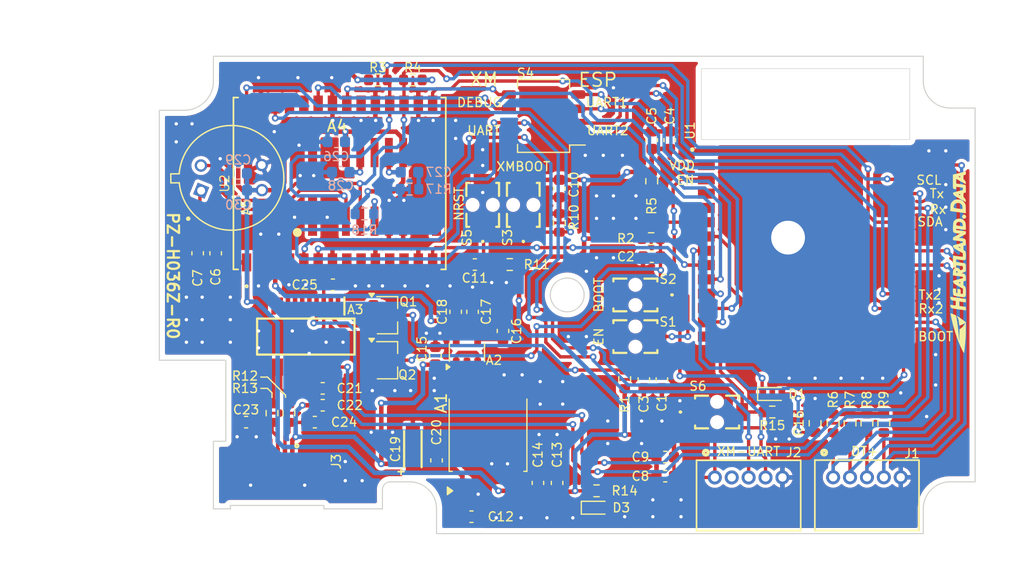
<source format=kicad_pcb>
(kicad_pcb (version 20241229) (generator "pcbnew") (generator_version "9.0")
  (layers (0 "F.Cu" signal) (2 "B.Cu" signal) (13 "F.Paste" user) (15 "B.Paste" user) (5 "F.SilkS" user "F.Silkscreen") (7 "B.SilkS" user "B.Silkscreen") (1 "F.Mask" user) (3 "B.Mask" user) (25 "Edge.Cuts" user))
  (net 0 "")
  (net 1 "GND")
  (net 2 "VBUS")
  (net 3 "+3.3V")
  (net 4 "Net-(A2-CS)")
  (net 5 "EN")
  (net 6 "BOOT")
  (net 7 "XM_NRESET")
  (net 10 "Net-(A3-USBDP)")
  (net 13 "RTS")
  (net 15 "Net-(A3-3V3OUT)")
  (net 16 "ESP_UART0_TxD")
  (net 17 "Net-(J3-D+)")
  (net 20 "DTR")
  (net 24 "Net-(D1-A)")
  (net 31 "Net-(J3-D-)")
  (net 32 "Net-(A4-AVDD-PC)")
  (net 34 "ESP_UART0_RxD")
  (net 36 "LED")
  (net 39 "Net-(A3-USBDM)")
  (net 43 "DT+_4")
  (net 44 "DT+_3")
  (net 45 "DT+_2")
  (net 46 "DT+_1")
  (net 48 "XM_Debug_RxD")
  (net 49 "XM_Debug_TxD")
  (net 50 "XM_SWD_IO")
  (net 51 "XM_SWD_CLK")
  (net 53 "+1V8")
  (net 54 "LowBattDetect")
  (net 55 "I2C_SDA")
  (net 57 "I2C_SCL")
  (net 58 "XM_BOOT")
  (net 59 "ESP_UART2_RxD")
  (net 60 "ESP_UART2_TxD")
  (net 61 "XM_UART_RxD")
  (net 62 "XM_UART_TxD")
  (net 63 "Net-(U2-MISC_GPIO1)")
  (net 64 "Net-(U2-MISC_GPIO0)")
  (net 65 "I2C_ADDR")
  (net 66 "LPM_INT")
  (net 67 "LPM_CTL")
  (net 68 "ESP_UART1_RxD")
  (net 69 "ESP_UART1_TxD")
  (net 70 "Net-(D3-A)")
  (net 71 "SW")
  (net 72 "Net-(A4-DVDD-PC)")
  (net 73 "AMG_INT")
  (net 74 "Net-(C27-Pad1)")
  (footprint "HLDC_E1:C_0603_1608Metric" (layer "F.Cu") (at 95.7 136.1)
    (property "Reference" "C21")
    (property "Value" "0.1u")
  )
  (footprint "HLDC_E1:R_0603_1608Metric" (layer "F.Cu") (at 116.7 121.4 90)
    (property "Reference" "R10")
    (property "Value" "10k")
  )
  (footprint "HLDC_E1:R_0603_1608Metric" (layer "F.Cu") (at 122.5 135.3 90)
    (property "Reference" "R1")
    (property "Value" "10k")
  )
  (footprint "Package_TO_SOT_SMD:SC-59" (layer "F.Cu") (at 101.4 129.6)
    (property "Reference" "Q1")
    (property "Value" "DTC114EKA")
  )
  (footprint "HLDC_E1:TVAF06A020BR" (layer "F.Cu") (at 130.7 138.2)
    (property "Reference" "S6")
    (property "Value" "TVAF06-A020B-R")
  )
  (footprint "HLDC_E1:TVAF06A020BR" (layer "F.Cu") (at 113.5 119.8 90)
    (property "Reference" "S3")
    (property "Value" "TVAF06-A020B-R")
  )
  (footprint "HLDC_E1:C_0603_1608Metric" (layer "F.Cu") (at 95 139.1)
    (property "Reference" "C24")
    (property "Value" "22p")
  )
  (footprint "HLDC_E1:R_0603_1608Metric" (layer "F.Cu") (at 103.7 108.7 180)
    (property "Reference" "R4")
    (property "Value" "10k")
  )
  (footprint "Package_TO_SOT_SMD:SC-59" (layer "F.Cu") (at 101.4 133.6)
    (property "Reference" "Q2")
    (property "Value" "DTC114EKA")
  )
  (footprint "HLDC_E1:TVAF06A020BR" (layer "F.Cu") (at 109.9 119.8 90)
    (property "Reference" "S5")
    (property "Value" "TVAF06-A020B-R")
  )
  (footprint "HLDC_E1:R_0603_1608Metric" (layer "F.Cu") (at 139.4 139.2 90)
    (property "Reference" "R16")
    (property "Value" "470")
  )
  (footprint "HLDC_E1:C_0603_1608Metric" (layer "F.Cu") (at 111.7 131 -90)
    (property "Reference" "C16")
    (property "Value" "0.01u")
  )
  (footprint "HLDC-E2:SW_DIP_SPSTx04_Slide_Omron_A6H-4101_W6.15mm_P1.27mm" (layer "F.Cu") (at 115.3 111.9 180)
    (property "Reference" "S4")
    (property "Value" "A6H-4102-P")
  )
  (footprint "HLDC_E1:C_0603_1608Metric" (layer "F.Cu") (at 126.1 143.9)
    (property "Reference" "C8")
    (property "Value" "0.1u")
  )
  (footprint "HLDC_E1:C_0603_1608Metric" (layer "F.Cu") (at 84.6 124.1 90)
    (property "Reference" "C7")
    (property "Value" "0.1u")
  )
  (footprint "HLDC_E1:C_0603_1608Metric" (layer "F.Cu") (at 96.6 126.9)
    (property "Reference" "C25")
    (property "Value" "0.1u")
  )
  (footprint "HLDC_E1:C_0603_1608Metric" (layer "F.Cu") (at 105.8 142.5 90)
    (property "Reference" "C20")
    (property "Value" "0.1u")
  )
  (footprint "HLDC_E1:HLDC_logo2" (layer "F.Cu") (at 152.1 124.9 90)
    (property "Reference" "TP5" (hide yes))
    (property "Value" "TP_FL" (hide yes))
  )
  (footprint "HLDC_E1:C_0603_1608Metric" (layer "F.Cu") (at 125.8 135.3 90)
    (property "Reference" "C1")
    (property "Value" "0.01u")
  )
  (footprint "HLDC_E1:R_0603_1608Metric" (layer "F.Cu") (at 145.5 139.2 -90)
    (property "Reference" "R9")
    (property "Value" "10k")
  )
  (footprint "HLDC_E1:C_0603_1608Metric" (layer "F.Cu") (at 126.5 114.05 -90)
    (property "Reference" "C4")
    (property "Value" "1u")
  )
  (footprint "HLDC_E1:R_0603_1608Metric" (layer "F.Cu") (at 100.6 108.7)
    (property "Reference" "R3")
    (property "Value" "10k")
  )
  (footprint "HLDC_E1:TVAF06A020BR" (layer "F.Cu") (at 123.45 127.8 180)
    (property "Reference" "S2")
    (property "Value" "TVAF06-A020B-R")
  )
  (footprint "HLDC_E1:C_0603_1608Metric" (layer "F.Cu") (at 108.9 147.5 180)
    (property "Reference" "C12")
    (property "Value" "0.47u")
  )
  (footprint "HLDC-E2:XM125_ACC" (layer "F.Cu") (at 97.2 117.9 90)
    (property "Reference" "U2")
    (property "Value" "XM125")
  )
  (footprint "HLDC_E1:C_0603_1608Metric" (layer "F.Cu") (at 124.9 124.4)
    (property "Reference" "C2")
    (property "Value" "0.01u")
  )
  (footprint "HLDC_E1:R_0603_1608Metric" (layer "F.Cu") (at 91.2 138.3 -90)
    (property "Reference" "R13")
    (property "Value" "27")
  )
  (footprint "HLDC_E1:C_0603_1608Metric" (layer "F.Cu") (at 124.2 135.3 -90)
    (property "Reference" "C3")
    (property "Value" "0.1u")
  )
  (footprint "HLDC_E1:R_0603_1608Metric" (layer "F.Cu") (at 142.5 139.2 -90)
    (property "Reference" "R7")
    (property "Value" "10k")
  )
  (footprint "HLDC_E1:SOP64P599X175-20N" (layer "F.Cu") (at 94.2 131.5 -90)
    (property "Reference" "A3")
    (property "Value" "FT231XS-R")
  )
  (footprint "HLDC_E1:D_0603" (layer "F.Cu") (at 119.95 146.7)
    (property "Reference" "D3")
    (property "Value" "OSHR1608C1A")
  )
  (footprint "HLDC_E1:R_0603_1608Metric" (layer "F.Cu") (at 144 139.2 -90)
    (property "Reference" "R8")
    (property "Value" "10k")
  )
  (footprint "HLDC_E1:R_0603_1608Metric" (layer "F.Cu") (at 120 145.2)
    (property "Reference" "R14")
    (property "Value" "470")
  )
  (footprint "HLDC_E1:C_0603_1608Metric" (layer "F.Cu") (at 124.9 114.05 -90)
    (property "Reference" "C5")
    (property "Value" "0.1u")
  )
  (footprint "HLDC_E1:C_0603_1608Metric" (layer "F.Cu") (at 116.5 144.5 -90)
    (property "Reference" "C13")
    (property "Value" "1u")
  )
  (footprint "HLDC_E1:R_0603_1608Metric" (layer "F.Cu") (at 112.3 125.1 180)
    (property "Reference" "R11")
    (property "Value" "10k")
  )
  (footprint "HLDC_E1:ZX62R-B-5P_30" (layer "F.Cu") (at 91.7 146.9)
    (property "Reference" "J3")
    (property "Value" "ZX62R-B-5P_30_")
  )
  (footprint "HLDC_E1:R_0603_1608Metric" (layer "F.Cu") (at 124.9 117.7 -90)
    (property "Reference" "R5")
    (property "Value" "10k")
  )
  (footprint "HLDC_E1:XDCR_AMG8833" (layer "F.Cu") (at 100.3 118.2)
    (property "Reference" "A4")
    (property "Value" "AMG8833")
  )
  (footprint "HLDC_E1:TO292P930H600-4" (layer "F.Cu") (at 87.6 117.4 68)
    (property "Reference" "A5")
    (property "Value" "MLX90640ESF-BAA-000-TU")
  )
  (footprint "HLDC_E1:TVAF06A020BR" (layer "F.Cu") (at 123.45 131.5 180)
    (property "Reference" "S1")
    (property "Value" "TVAF06-A020B-R")
  )
  (footprint "Package_TO_SOT_SMD:TO-252-2" (layer "F.Cu") (at 110.3725 140.16 90)
    (property "Reference" "A1")
    (property "Value" "NJM2845DL1-33")
  )
  (footprint "HLDC_E1:C_0603_1608Metric" (layer "F.Cu") (at 95.7 137.6)
    (property "Reference" "C22")
    (property "Value" "0.1u")
  )
  (footprint "HLDC_E1:R_0603_1608Metric" (layer "F.Cu") (at 124.85 122.8)
    (property "Reference" "R2")
    (property "Value" "10k")
  )
  (footprint "HLDC_E1:C_0603_1608Metric" (layer "F.Cu") (at 105.7 133.2 -90)
    (property "Reference" "C15")
    (property "Value" "0.1u")
  )
  (footprint "HLDC_E1:C_0603_1608Metric" (layer "F.Cu") (at 116.7 118.35 -90)
    (property "Reference" "C10")
    (property "Value" "0.1u")
  )
  (footprint "HLDC_E1:R_0603_1608Metric" (layer "F.Cu") (at 135.6 138.2 180)
    (property "Reference" "R15")
    (property "Value" "10k")
  )
  (footprint "HLDC_E1:C_0603_1608Metric" (layer "F.Cu") (at 86.2 124.1 90)
    (property "Reference" "C6")
    (property "Value" "0.1u")
  )
  (footprint "HLDC_E1:R_0603_1608Metric" (layer "F.Cu") (at 92.7 138.3 -90)
    (property "Reference" "R12")
    (property "Value" "27")
  )
  (footprint "HLDC_E1:C_0603_1608Metric" (layer "F.Cu") (at 88.9 139.1 180)
    (property "Reference" "C23")
    (property "Value" "22p")
  )
  (footprint "HLDC_E1:R_0603_1608Metric" (layer "F.Cu") (at 141 139.2 -90)
    (property "Reference" "R6")
    (property "Value" "10k")
  )
  (footprint "HLDC_E1:C_0603_1608Metric" (layer "F.Cu") (at 109.2 125.1 180)
    (property "Reference" "C11")
    (property "Value" "0.01u")
  )
  (footprint "HLDC_E1:C_0603_1608Metric" (layer "F.Cu") (at 107.5 129.3 -90)
    (property "Reference" "C18")
    (property "Value" "0.01u")
  )
  (footprint "HLDC-E2:CONN_S5B-ZR_JST" (layer "F.Cu") (at 141.000002 144)
    (property "Reference" "J1")
    (property "Value" "CON_5P")
  )
  (footprint "HLDC_E1:D_0603" (layer "F.Cu") (at 135.6 136.6)
    (property "Reference" "D1")
    (property "Value" "OSHR1608C1A")
  )
  (footprint "HLDC-E2:SOT-23-5" (layer "F.Cu") (at 108.5 132.9 90)
    (property "Reference" "A2")
    (property "Value" "NJM12888F18")
  )
  (footprint "HLDC_E1:F920J106MPA" (layer "F.Cu") (at 103.7 141.5 90)
    (property "Reference" "C19")
    (property "Value" "10u" (hide yes))
  )
  (footprint "HLDC_E1:C_0603_1608Metric" (layer "F.Cu") (at 114.8 144.5 -90)
    (property "Reference" "C14")
    (property "Value" "1u")
  )
  (footprint "HLDC_E1:C_0603_1608Metric" (layer "F.Cu") (at 109 129.3 -90)
    (property "Reference" "C17")
    (property "Value" "0.47u")
  )
  (footprint "HLDC-E2:CONN_S5B-ZR_JST" (layer "F.Cu") (at 130.500002 144.0127)
    (property "Reference" "J2")
    (property "Value" "CON_5P")
  )
  (footprint "HLDC_E1:ESP32WROOM32E-Hole" (layer "F.Cu") (at 129.5 133)
    (property "Reference" "U1")
    (property "Value" "ESP32-WROOM-32E" (hide yes))
  )
  (footprint "HLDC_E1:C_0603_1608Metric" (layer "F.Cu") (at 126.1 142.2)
    (property "Reference" "C9")
    (property "Value" "1000")
  )
  (footprint "HLDC_E1:R_0603_1608Metric" (layer "B.Cu") (at 103.4 118.4 180)
    (property "Reference" "R17")
    (property "Value" "20")
  )
  (footprint "HLDC_E1:R_0603_1608Metric" (layer "B.Cu") (at 99.4 120.6)
    (property "Reference" "R18")
    (property "Value" "10k")
  )
  (footprint "HLDC_E1:C_0603_1608Metric" (layer "B.Cu") (at 97.3 116.9)
    (property "Reference" "C28")
    (property "Value" "1.5u")
  )
  (footprint "HLDC_E1:C_0603_1608Metric" (layer "B.Cu") (at 88.2 118.5)
    (property "Reference" "C30")
    (property "Value" "0.1u")
  )
  (footprint "HLDC_E1:C_0603_1608Metric" (layer "B.Cu") (at 103.4 116.9 180)
    (property "Reference" "C27")
    (property "Value" "1u")
  )
  (footprint "HLDC_E1:C_0603_1608Metric" (layer "B.Cu") (at 96.9 114.2)
    (property "Reference" "C26")
    (property "Value" "10u")
  )
  (footprint "HLDC_E1:C_0603_1608Metric" (layer "B.Cu") (at 88.2 117)
    (property "Reference" "C29")
    (property "Value" "1u")
  )
  (gr_line (start 90.8 135.1) (end 92.4 136.7) (stroke (width 0.12)) (layer "F.SilkS"))
  (gr_line (start 90.8 136.1) (end 91.2 136.5) (stroke (width 0.12)) (layer "F.SilkS"))
  (gr_line (start 90.2 136.1) (end 90.8 136.1) (stroke (width 0.12)) (layer "F.SilkS"))
  (gr_line (start 92.4 136.7) (end 92.4 136.9) (stroke (width 0.12)) (layer "F.SilkS"))
  (gr_line (start 91.2 136.5) (end 91.2 136.9) (stroke (width 0.12)) (layer "F.SilkS"))
  (gr_line (start 90.2 135.1) (end 90.8 135.1) (stroke (width 0.12)) (layer "F.SilkS"))
  (gr_line (start 87.5 146.5) (end 95.8 146.5) (stroke (width 0.1)) (layer "Edge.Cuts"))
  (gr_line (start 151.4 111.2) (end 153.6 111.2) (stroke (width 0.1)) (layer "Edge.Cuts"))
  (gr_line (start 81.2 133.6) (end 87.1 133.6) (stroke (width 0.1)) (layer "Edge.Cuts"))
  (gr_arc (start 149 146.8) (mid 149.702944 145.102944) (end 151.4 144.4) (stroke (width 0.1)) (layer "Edge.Cuts"))
  (gr_line (start 149 108.8) (end 149 106.6) (stroke (width 0.1)) (layer "Edge.Cuts"))
  (gr_line (start 86 146.8) (end 86 140.8) (stroke (width 0.1)) (layer "Edge.Cuts"))
  (gr_line (start 153.6 111.2) (end 153.6 144.4) (stroke (width 0.1)) (layer "Edge.Cuts"))
  (gr_line (start 87.5 146.8) (end 86 146.8) (stroke (width 0.1)) (layer "Edge.Cuts"))
  (gr_rect (start 129.3 107.7) (end 147.8 114) (stroke (width 0.05)) (fill no) (layer "Edge.Cuts"))
  (gr_line (start 149 106.6) (end 86 106.6) (stroke (width 0.1)) (layer "Edge.Cuts"))
  (gr_circle (center 117.4 127.8) (end 118.9 127.8) (stroke (width 0.1)) (fill no) (layer "Edge.Cuts"))
  (gr_line (start 149 146.8) (end 149 149) (stroke (width 0.1)) (layer "Edge.Cuts"))
  (gr_line (start 95.8 146.5) (end 95.8 146.8) (stroke (width 0.1)) (layer "Edge.Cuts"))
  (gr_arc (start 151.4 111.2) (mid 149.702944 110.497056) (end 149 108.8) (stroke (width 0.1)) (layer "Edge.Cuts"))
  (gr_line (start 151.4 144.4) (end 153.6 144.4) (stroke (width 0.1)) (layer "Edge.Cuts"))
  (gr_line (start 81.2 111.4) (end 81.2 133.6) (stroke (width 0.1)) (layer "Edge.Cuts"))
  (gr_line (start 149 149) (end 105.8 149) (stroke (width 0.1)) (layer "Edge.Cuts"))
  (gr_line (start 87.1 140.8) (end 86 140.8) (stroke (width 0.1)) (layer "Edge.Cuts"))
  (gr_arc (start 86 108.8) (mid 85.238478 110.638478) (end 83.4 111.4) (stroke (width 0.1)) (layer "Edge.Cuts"))
  (gr_line (start 105.8 146.8) (end 105.8 149) (stroke (width 0.1)) (layer "Edge.Cuts"))
  (gr_line (start 87.5 146.8) (end 87.5 146.5) (stroke (width 0.1)) (layer "Edge.Cuts"))
  (gr_line (start 86 108.8) (end 86 106.6) (stroke (width 0.1)) (layer "Edge.Cuts"))
  (gr_arc (start 103.4 144.4) (mid 105.097056 145.102944) (end 105.8 146.8) (stroke (width 0.1)) (layer "Edge.Cuts"))
  (gr_arc (start 101 145.1) (mid 101.205025 144.605025) (end 101.7 144.4) (stroke (width 0.1)) (layer "Edge.Cuts"))
  (gr_line (start 101 146.8) (end 101 145.1) (stroke (width 0.1)) (layer "Edge.Cuts"))
  (gr_line (start 101 146.8) (end 95.8 146.8) (stroke (width 0.1)) (layer "Edge.Cuts"))
  (gr_line (start 83.4 111.4) (end 81.2 111.4) (stroke (width 0.1)) (layer "Edge.Cuts"))
  (gr_line (start 87.1 133.6) (end 87.1 140.8) (stroke (width 0.1)) (layer "Edge.Cuts"))
  (gr_line (start 103.4 144.4) (end 101.7 144.4) (stroke (width 0.1)) (layer "Edge.Cuts"))
  (gr_text "DT+" (at 143.8 141.7 0) (layer "F.SilkS") (effects (font (size 0.8 0.8) (thickness 0.12))))
  (gr_text "UART1" (at 120.9 110.7 0) (layer "F.SilkS") (effects (font (size 0.8 0.8) (thickness 0.12))))
  (gr_text "VDD" (at 127.6 116.3 0) (layer "F.SilkS") (effects (font (size 0.8 0.8) (thickness 0.12))))
  (gr_text "UART2" (at 121 113.2 0) (layer "F.SilkS") (effects (font (size 0.8 0.8) (thickness 0.12))))
  (gr_text "Rx" (at 149.5 120.2 0) (layer "F.SilkS") (effects (font (size 0.8 0.8) (thickness 0.12)) (justify left)))
  (gr_text "XMBOOT" (at 113.5 116.4 0) (layer "F.SilkS") (effects (font (size 0.8 0.8) (thickness 0.12))))
  (gr_text "BOOT" (at 150.1 131.5 0) (layer "F.SilkS") (effects (font (size 0.8 0.8) (thickness 0.12))))
  (gr_text "UART" (at 110 113.2 0) (layer "F.SilkS") (effects (font (size 0.8 0.8) (thickness 0.12))))
  (gr_text "SDA" (at 149.6 121.3 0) (layer "F.SilkS") (effects (font (size 0.8 0.8) (thickness 0.12))))
  (gr_text "Rx2" (at 148.5 129.5 0) (layer "F.SilkS") (effects (font (size 0.8 0.8) (thickness 0.12)) (justify left bottom)))
  (gr_text "BOOT" (at 120.2 127.8 90) (layer "F.SilkS") (effects (font (size 0.8 0.8) (thickness 0.12))))
  (gr_text "DEBUG" (at 109.6 110.7 0) (layer "F.SilkS") (effects (font (size 0.8 0.8) (thickness 0.12))))
  (gr_text "XM-UART" (at 133.500001 141.7 0) (layer "F.SilkS") (effects (font (size 0.8 0.8) (thickness 0.12))))
  (gr_text "SCL" (at 149.5 117.6 0) (layer "F.SilkS") (effects (font (size 0.8 0.8) (thickness 0.12))))
  (gr_text "EN" (at 127.9 117.6 0) (layer "F.SilkS") (effects (font (size 0.8 0.8) (thickness 0.12))))
  (gr_text "EN" (at 120.2 131.5 90) (layer "F.SilkS") (effects (font (size 0.8 0.8) (thickness 0.12))))
  (gr_text "PZ-H036Z-R0" (at 82.4 126.1 270) (layer "F.SilkS") (effects (font (size 1 1) (thickness 0.2) (bold yes))))
  (gr_text "ESP" (at 118.3 109.4 0) (layer "F.SilkS") (effects (font (size 1.2 1.2)) (justify left bottom)))
  (gr_text "Tx2" (at 149.6 127.8 0) (layer "F.SilkS") (effects (font (size 0.8 0.8) (thickness 0.12))))
  (gr_text "NRST" (at 107.8 119.7 90) (layer "F.SilkS") (effects (font (size 0.8 0.8) (thickness 0.12))))
  (gr_text "Tx" (at 149.5 118.8 0) (layer "F.SilkS") (effects (font (size 0.8 0.8) (thickness 0.12)) (justify left)))
  (gr_text "XM" (at 110 108.665 0) (layer "F.SilkS") (effects (font (size 1.2 1.2))))
  (segment (start 98.5 126.9) (end 98.6 127) (width 0.4) (layer "F.Cu") (net 1))
  (segment (start 94.518 134.212) (end 94.518 133.018) (width 0.4) (layer "F.Cu") (net 1))
  (segment (start 94.518 133.018) (end 94.5 133) (width 0.4) (layer "F.Cu") (net 1))
  (segment (start 108.5 134.0375) (end 108.5 137.0275) (width 0.4) (layer "F.Cu") (net 1))
  (segment (start 108.5 137.0275) (end 110.3725 138.9) (width 0.4) (layer "F.Cu") (net 1))
  (segment (start 97.375 126.9) (end 98.5 126.9) (width 0.4) (layer "F.Cu") (net 1))
  (via (at 99.2 144.3) (size 0.6) (drill 0.3) (layers "F.Cu" "B.Cu") (net 1))
  (via (at 125 147.5) (size 0.6) (drill 0.3) (layers "F.Cu" "B.Cu") (net 1))
  (via (at 150.1 135.8) (size 0.6) (drill 0.3) (layers "F.Cu" "B.Cu") (net 1))
  (via (at 121.5 119) (size 0.6) (drill 0.3) (layers "F.Cu" "B.Cu") (net 1))
  (via (at 94.2 126.9) (size 0.6) (drill 0.3) (layers "F.Cu" "B.Cu") (net 1))
  (via (at 150.4 126.1) (size 0.6) (drill 0.3) (layers "F.Cu" "B.Cu") (net 1))
  (via (at 109.5 145.5) (size 0.6) (drill 0.3) (layers "F.Cu" "B.Cu") (net 1))
  (via (at 150.4 127.3) (size 0.6) (drill 0.3) (layers "F.Cu" "B.Cu") (net 1))
  (via (at 89.3 144.7) (size 0.6) (drill 0.3) (layers "F.Cu" "B.Cu") (net 1))
  (via (at 120 119) (size 0.6) (drill 0.3) (layers "F.Cu" "B.Cu") (net 1))
  (via (at 114.9 140.2) (size 0.6) (drill 0.3) (layers "F.Cu" "B.Cu") (net 1))
  (via (at 99.8 127) (size 0.6) (drill 0.3) (layers "F.Cu" "B.Cu") (net 1))
  (via (at 82.7 114.2) (size 0.6) (drill 0.3) (layers "F.Cu" "B.Cu") (net 1))
  (via (at 109 127.1) (size 0.6) (drill 0.3) (layers "F.Cu" "B.Cu") (net 1))
  (via (at 97.7 144.3) (size 0.6) (drill 0.3) (layers "F.Cu" "B.Cu") (net 1))
  (via (at 149.5 115) (size 0.6) (drill 0.3) (layers "F.Cu" "B.Cu") (net 1))
  (via (at 106.1 131.2) (size 0.6) (drill 0.3) (layers "F.Cu" "B.Cu") (net 1))
  (via (at 102.1 136.3) (size 0.6) (drill 0.3) (layers "F.Cu" "B.Cu") (net 1))
  (via (at 113.4 134.9) (size 0.6) (drill 0.3) (layers "F.Cu" "B.Cu") (net 1))
  (via (at 121.5 121) (size 0.6) (drill 0.3) (layers "F.Cu" "B.Cu") (net 1))
  (via (at 143.6 135.2) (size 0.6) (drill 0.3) (layers "F.Cu" "B.Cu") (net 1))
  (via (at 85 128) (size 0.6) (drill 0.3) (layers "F.Cu" "B.Cu") (net 1))
  (via (at 107.5 112.3) (size 0.6) (drill 0.3) (layers "F.Cu" "B.Cu") (net 1))
  (via (at 103.5 136.3) (size 0.6) (drill 0.3) (layers "F.Cu" "B.Cu") (net 1))
  (via (at 112 126.7) (size 0.6) (drill 0.3) (layers "F.Cu" "B.Cu") (net 1))
  (via (at 97.5 132) (size 0.6) (drill 0.3) (layers "F.Cu" "B.Cu") (net 1))
  (via (at 85 130) (size 0.6) (drill 0.3) (layers "F.Cu" "B.Cu") (net 1))
  (via (at 94.9 117.2) (size 0.6) (drill 0.3) (layers "F.Cu" "B.Cu") (net 1))
  (via (at 120 121) (size 0.6) (drill 0.3) (layers "F.Cu" "B.Cu") (net 1))
  (via (at 94.5 133) (size 0.6) (drill 0.3) (layers "F.Cu" "B.Cu") (net 1))
  (via (at 96 132) (size 0.6) (drill 0.3) (layers "F.Cu" "B.Cu") (net 1))
  (via (at 96.5 108.5) (size 0.6) (drill 0.3) (layers "F.Cu" "B.Cu") (net 1))
  (via (at 87.5 130) (size 0.6) (drill 0.3) (layers "F.Cu" "B.Cu") (net 1))
  (via (at 139.4 135.2) (size 0.6) (drill 0.3) (layers "F.Cu" "B.Cu") (net 1))
  (via (at 89.8 140.4) (size 0.6) (drill 0.3) (layers "F.Cu" "B.Cu") (net 1))
  (via (at 87.5 132) (size 0.6) (drill 0.3) (layers "F.Cu" "B.Cu") (net 1))
  (via (at 90 127) (size 0.6) (drill 0.3) (layers "F.Cu" "B.Cu") (net 1))
  (via (at 145.4 135.2) (size 0.6) (drill 0.3) (layers "F.Cu" "B.Cu") (net 1))
  (via (at 84.1 112.6) (size 0.6) (drill 0.3) (layers "F.Cu" "B.Cu") (net 1))
  (via (at 116.5 140.2) (size 0.6) (drill 0.3) (layers "F.Cu" "B.Cu") (net 1))
  (via (at 99.1 112.3) (size 0.6) (drill 0.3) (layers "F.Cu" "B.Cu") (net 1))
  (via (at 151 122) (size 0.6) (drill 0.3) (layers "F.Cu" "B.Cu") (net 1))
  (via (at 93 131) (size 0.6) (drill 0.3) (layers "F.Cu" "B.Cu") (net 1))
  (via (at 97.7 142.6) (size 0.6) (drill 0.3) (layers "F.Cu" "B.Cu") (net 1))
  (via (at 117 135.5) (size 0.6) (drill 0.3) (layers "F.Cu" "B.Cu") (net 1))
  (via (at 120.6 115.4) (size 0.6) (drill 0.3) (layers "F.Cu" "B.Cu") (net 1))
  (via (at 125 146) (size 0.6) (drill 0.3) (layers "F.Cu" "B.Cu") (net 1))
  (via (at 104.2 112.3) (size 0.6) (drill 0.3) (layers "F.Cu" "B.Cu") (net 1))
  (via (at 101.6 119.4) (size 0.6) (drill 0.3) (layers "F.Cu" "B.Cu") (net 1))
  (via (at 100 140) (size 0.6) (drill 0.3) (layers "F.Cu" "B.Cu") (net 1))
  (via (at 139.4 137) (size 0.6) (drill 0.3) (layers "F.Cu" "B.Cu") (net 1))
  (via (at 109.9 116.3) (size 0.6) (drill 0.3) (layers "F.Cu" "B.Cu") (net 1))
  (via (at 96.6 112.3) (size 0.6) (drill 0.3) (layers "F.Cu" "B.Cu") (net 1))
  (via (at 149.3 138.6) (size 0.6) (drill 0.3) (layers "F.Cu" "B.Cu") (net 1))
  (via (at 150.1 133.1) (size 0.6) (drill 0.3) (layers "F.Cu" "B.Cu") (net 1))
  (via (at 124 141) (size 0.6) (drill 0.3) (layers "F.Cu" "B.Cu") (net 1))
  (via (at 112.1 142.8) (size 0.6) (drill 0.3) (layers "F.Cu" "B.Cu") (net 1))
  (via (at 105 127) (size 0.6) (drill 0.3) (layers "F.Cu" "B.Cu") (net 1))
  (via (at 115.6 147.6) (size 0.6) (drill 0.3) (layers "F.Cu" "B.Cu") (net 1))
  (via (at 150.4 128.5) (size 0.6) (drill 0.3) (layers "F.Cu" "B.Cu") (net 1))
  (via (at 104.9 131.2) (size 0.6) (drill 0.3) (layers "F.Cu" "B.Cu") (net 1))
  (via (at 107.5 113.9) (size 0.6) (drill 0.3) (layers "F.Cu" "B.Cu") (net 1))
  (via (at 117.5 131.5) (size 0.6) (drill 0.3) (layers "F.Cu" "B.Cu") (net 1))
  (via (at 111.1 147.6) (size 0.6) (drill 0.3) (layers "F.Cu" "B.Cu") (net 1))
  (via (at 113.3 147.6) (size 0.6) (drill 0.3) (layers "F.Cu" "B.Cu") (net 1))
  (via (at 110.7 126.7) (size 0.6) (drill 0.3) (layers "F.Cu" "B.Cu") (net 1))
  (via (at 121 139) (size 0.6) (drill 0.3) (layers "F.Cu" "B.Cu") (net 1))
  (via (at 122.5 147.5) (size 0.6) (drill 0.3) (layers "F.Cu" "B.Cu") (net 1))
  (via (at 96.1 120.9) (size 0.6) (drill 0.3) (layers "F.Cu" "B.Cu") (net 1))
  (via (at 93.6 114.5) (size 0.6) (drill 0.3) (layers "F.Cu" "B.Cu") (net 1))
  (via (at 93.7 117.2) (size 0.6) (drill 0.3) (layers "F.Cu" "B.Cu") (net 1))
  (via (at 83.6 130) (size 0.6) (drill 0.3) (layers "F.Cu" "B.Cu") (net 1))
  (via (at 123.5 119) (size 0.6) (drill 0.3) (layers "F.Cu" "B.Cu") (net 1))
  (via (at 115 135.5) (size 0.6) (drill 0.3) (layers "F.Cu" "B.Cu") (net 1))
  (via (at 127.4 137.2) (size 0.6) (drill 0.3) (layers "F.Cu" "B.Cu") (net 1))
  (via (at 127.5 147.5) (size 0.6) (drill 0.3) (layers "F.Cu" "B.Cu") (net 1))
  (via (at 101.9 140) (size 0.6) (drill 0.3) (layers "F.Cu" "B.Cu") (net 1))
  (via (at 121.5 109.4) (size 0.6) (drill 0.3) (layers "F.Cu" "B.Cu") (net 1))
  (via (at 88.1 140.4) (size 0.6) (drill 0.3) (layers "F.Cu" "B.Cu") (net 1))
  (via (at 91.8 122.4) (size 0.6) (drill 0.3) (layers "F.Cu" "B.Cu") (net 1))
  (via (at 117 137.5) (size 0.6) (drill 0.3) (layers "F.Cu" "B.Cu") (net 1))
  (via (at 121.5 124.5) (size 0.6) (drill 0.3) (layers "F.Cu" "B.Cu") (net 1))
  (via (at 94.1 144.7) (size 0.6) (drill 0.3) (layers "F.Cu" "B.Cu") (net 1))
  (via (at 135.9 140.6) (size 0.6) (drill 0.3) (layers "F.Cu" "B.Cu") (net 1))
  (via (at 123.5 121) (size 0.6) (drill 0.3) (layers "F.Cu" "B.Cu") (net 1))
  (via (at 110.7 142.8) (size 0.6) (drill 0.3) (layers "F.Cu" "B.Cu") (net 1))
  (via (at 137.1 135.2) (size 0.6) (drill 0.3) (layers "F.Cu" "B.Cu") (net 1))
  (via (at 98.6 127) (size 0.6) (drill 0.3) (layers "F.Cu" "B.Cu") (net 1))
  (via (at 100.4 112.3) (size 0.6) (drill 0.3) (layers "F.Cu" "B.Cu") (net 1))
  (via (at 90.2 122.4) (size 0.6) (drill 0.3) (layers "F.Cu" "B.Cu") (net 1))
  (via (at 93.5 108.5) (size 0.6) (drill 0.3) (layers "F.Cu" "B.Cu") (net 1))
  (via (at 101 127) (size 0.6) (drill 0.3) (layers "F.Cu" "B.Cu") (net 1))
  (via (at 151 120) (size 0.6) (drill 0.3) (layers "F.Cu" "B.Cu") (net 1))
  (via (at 100.1 136.3) (size 0.6) (drill 0.3) (layers "F.Cu" "B.Cu") (net 1))
  (via (at 83.6 132) (size 0.6) (drill 0.3) (layers "F.Cu" "B.Cu") (net 1))
  (via (at 109.9 114.9) (size 0.6) (drill 0.3) (layers "F.Cu" "B.Cu") (net 1))
  (via (at 102.9 119.4) (size 0.6) (drill 0.3) (layers "F.Cu" "B.Cu") (net 1))
  (via (at 151 118) (size 0.6) (drill 0.3) (layers "F.Cu" "B.Cu") (net 1))
  (via (at 86.6 115.7) (size 0.6) (drill 0.3) (layers "F.Cu" "B.Cu") (net 1))
  (via (at 83.6 128) (size 0.6) (drill 0.3) (layers "F.Cu" "B.Cu") (net 1))
  (via (at 90 131) (size 0.6) (drill 0.3) (layers "F.Cu" "B.Cu") (net 1))
  (via (at 117.9 147.6) (size 0.6) (drill 0.3) (layers "F.Cu" "B.Cu") (net 1))
  (via (at 115 137.5) (size 0.6) (drill 0.3) (layers "F.Cu" "B.Cu") (net 1))
  (via (at 124 139) (size 0.6) (drill 0.3) (layers "F.Cu" "B.Cu") (net 1))
  (via (at 90 132.5) (size 0.6) (drill 0.3) (layers "F.Cu" "B.Cu") (net 1))
  (via (at 82.7 112.6) (size 0.6) (drill 0.3) (layers "F.Cu" "B.Cu") (net 1))
  (via (at 93.2 120.9) (size 0.6) (drill 0.3) (layers "F.Cu" "B.Cu") (net 1))
  (via (at 120 124.5) (size 0.6) (drill 0.3) (layers "F.Cu" "B.Cu") (net 1))
  (via (at 151 115) (size 0.6) (drill 0.3) (layers "F.Cu" "B.Cu") (net 1))
  (via (at 103 127) (size 0.6) (drill 0.3) (layers "F.Cu" "B.Cu") (net 1))
  (via (at 119 115.4) (size 0.6) (drill 0.3) (layers "F.Cu" "B.Cu") (net 1))
  (via (at 111.8 134.9) (size 0.6) (drill 0.3) (layers "F.Cu" "B.Cu") (net 1))
  (via (at 105.5 112.3) (size 0.6) (drill 0.3) (layers "F.Cu" "B.Cu") (net 1))
  (via (at 147 136.5) (size 0.6) (drill 0.3) (layers "F.Cu" "B.Cu") (net 1))
  (via (at 105.6 135.2) (size 0.6) (drill 0.3) (layers "F.Cu" "B.Cu") (net 1))
  (via (at 87.5 128) (size 0.6) (drill 0.3) (layers "F.Cu" "B.Cu") (net 1))
  (via (at 90 108.5) (size 0.6) (drill 0.3) (layers "F.Cu" "B.Cu") (net 1))
  (via (at 122.3 115.4) (size 0.6) (drill 0.3) (layers "F.Cu" "B.Cu") (net 1))
  (via (at 119.1 131.5) (size 0.6) (drill 0.3) (layers "F.Cu" "B.Cu") (net 1))
  (via (at 121 141) (size 0.6) (drill 0.3) (layers "F.Cu" "B.Cu") (net 1))
  (via (at 92.7 126.9) (size 0.6) (drill 0.3) (layers "F.Cu" "B.Cu") (net 1))
  (via (at 137.1 140.6) (size 0.6) (drill 0.3) (layers "F.Cu" "B.Cu") (net 1))
  (via (at 141.7 135.2) (size 0.6) (drill 0.3) (layers "F.Cu" "B.Cu") (net 1))
  (via (at 107 127) (size 0.6) (drill 0.3) (layers "F.Cu" "B.Cu") (net 1))
  (via (at 119.1 125.7) (size 0.6) (drill 0.3) (layers "F.Cu" "B.Cu") (net 1))
  (via (at 109.9 118.7) (size 0.6) (drill 0.3) (layers "F.Cu" "B.Cu") (net 1))
  (via (at 127.5 146) (size 0.6) (drill 0.3) (layers "F.Cu" "B.Cu") (net 1))
  (via (at 125.8 139) (size 0.6) (drill 0.3) (layers "F.Cu" "B.Cu") (net 1))
  (via (at 85 132) (size 0.6) (drill 0.3) (layers "F.Cu" "B.Cu") (net 1))
  (via (at 105.6 136.3) (size 0.6) (drill 0.3) (layers "F.Cu" "B.Cu") (net 1))
  (via (at 91.4 113.3) (size 0.6) (drill 0.3) (layers "F.Cu" "B.Cu") (net 1))
  (segment (start 96.525 116.9) (end 95.2 116.9) (width 0.3) (layer "B.Cu") (net 1))
  (segment (start 95.2 116.9) (end 94.9 117.2) (width 0.3) (layer "B.Cu") (net 1))
  (segment (start 96.125 114.2) (end 96.125 112.775) (width 0.3) (layer "B.Cu") (net 1))
  (segment (start 96.125 112.775) (end 96.6 112.3) (width 0.3) (layer "B.Cu") (net 1))
  (segment (start 105.7625 134.0375) (end 105.7 133.975) (width 0.4) (layer "F.Cu") (net 2))
  (segment (start 107.475 143.275) (end 108.1 143.9) (width 0.4) (layer "F.Cu") (net 2))
  (segment (start 94.2 136.1) (end 94.925 136.1) (width 0.4) (layer "F.Cu") (net 2))
  (segment (start 94.925 137.6) (end 94.925 136.1) (width 0.4) (layer "F.Cu") (net 2))
  (segment (start 109.3 132.9) (end 107.8 132.9) (width 0.3) (layer "F.Cu") (net 2))
  (segment (start 93.882 134.212) (end 93.882 135.782) (width 0.4) (layer "F.Cu") (net 2))
  (segment (start 108.1 143.9) (end 108.0925 143.9075) (width 0.4) (layer "F.Cu") (net 2))
  (segment (start 107.55 134.0375) (end 105.7625 134.0375) (width 0.4) (layer "F.Cu") (net 2))
  (segment (start 109.45 134.0375) (end 109.45 133.05) (width 0.3) (layer "F.Cu") (net 2))
  (segment (start 105.8 143.275) (end 107.475 143.275) (width 0.4) (layer "F.Cu") (net 2))
  (segment (start 104.125 143.275) (end 103.7 142.85) (width 0.4) (layer "F.Cu") (net 2))
  (segment (start 107.8 132.9) (end 107.55 133.15) (width 0.3) (layer "F.Cu") (net 2))
  (segment (start 100.9 142.8) (end 100.9 137.4) (width 0.4) (layer "F.Cu") (net 2))
  (segment (start 105.8 143.275) (end 104.125 143.275) (width 0.4) (layer "F.Cu") (net 2))
  (segment (start 103.65 142.8) (end 103.7 142.85) (width 0.4) (layer "F.Cu") (net 2))
  (segment (start 108.125 145.2325) (end 108.0925 145.2) (width 0.4) (layer "F.Cu") (net 2))
  (segment (start 93.9 137.6) (end 94.925 137.6) (width 0.4) (layer "F.Cu") (net 2))
  (segment (start 107.55 133.15) (end 107.55 134.0375) (width 0.3) (layer "F.Cu") (net 2))
  (segment (start 105.675 134) (end 105.7 133.975) (width 0.4) (layer "F.Cu") (net 2))
  (segment (start 93.882 135.782) (end 94.2 136.1) (width 0.4) (layer "F.Cu") (net 2))
  (segment (start 93 140.7) (end 93.3 140.4) (width 0.4) (layer "F.Cu") (net 2))
  (segment (start 108.125 147.5) (end 108.125 145.2325) (width 0.4) (layer "F.Cu") (net 2))
  (segment (start 93 141.975) (end 93 140.7) (width 0.4) (layer "F.Cu") (net 2))
  (segment (start 109.45 133.05) (end 109.3 132.9) (width 0.3) (layer "F.Cu") (net 2))
  (segment (start 108.0925 143.9075) (end 108.0925 145.2) (width 0.4) (layer "F.Cu") (net 2))
  (segment (start 100.9 142.8) (end 103.65 142.8) (width 0.4) (layer "F.Cu") (net 2))
  (segment (start 104.6 134) (end 105.675 134) (width 0.4) (layer "F.Cu") (net 2))
  (via (at 100.9 137.4) (size 0.6) (drill 0.3) (layers "F.Cu" "B.Cu") (net 2))
  (via (at 100.9 142.8) (size 0.6) (drill 0.3) (layers "F.Cu" "B.Cu") (net 2))
  (via (at 93.9 137.6) (size 0.6) (drill 0.3) (layers "F.Cu" "B.Cu") (net 2))
  (via (at 93.3 140.4) (size 0.6) (drill 0.3) (layers "F.Cu" "B.Cu") (net 2))
  (via (at 104.6 134) (size 0.6) (drill 0.3) (layers "F.Cu" "B.Cu") (net 2))
  (segment (start 93.3 140.4) (end 93.3 138.2) (width 0.4) (layer "B.Cu") (net 2))
  (segment (start 100.9 137.4) (end 103.8 137.4) (width 0.4) (layer "B.Cu") (net 2))
  (segment (start 93.3 140.4) (end 98.5 140.4) (width 0.4) (layer "B.Cu") (net 2))
  (segment (start 93.3 138.2) (end 93.9 137.6) (width 0.4) (layer "B.Cu") (net 2))
  (segment (start 103.8 137.4) (end 104.6 136.6) (width 0.4) (layer "B.Cu") (net 2))
  (segment (start 104.6 136.6) (end 104.6 134) (width 0.4) (layer "B.Cu") (net 2))
  (segment (start 98.5 140.4) (end 100.9 142.8) (width 0.4) (layer "B.Cu") (net 2))
  (segment (start 116.7 117.575) (end 113.5 117.575) (width 0.4) (layer "F.Cu") (net 3))
  (segment (start 118.9 123.9) (end 118.9 122.8) (width 0.4) (layer "F.Cu") (net 3))
  (segment (start 131.7 139.6) (end 136 139.6) (width 0.3) (layer "F.Cu") (net 3))
  (segment (start 99.7 118.6) (end 102 118.6) (width 0.4) (layer "F.Cu") (net 3))
  (segment (start 142.5 138.375) (end 141 138.375) (width 0.4) (layer "F.Cu") (net 3))
  (segment (start 97.5 107.4) (end 87.5 107.4) (width 0.4) (layer "F.Cu") (net 3))
  (segment (start 118.4 124.4) (end 118.9 123.9) (width 0.4) (layer "F.Cu") (net 3))
  (segment (start 145.5 138.375) (end 144 138.375) (width 0.4) (layer "F.Cu") (net 3))
  (segment (start 116.5 145.275) (end 114.8 145.275) (width 0.4) (layer "F.Cu") (net 3))
  (segment (start 139.225 138.2) (end 139.4 138.375) (width 0.3) (layer "F.Cu") (net 3))
  (segment (start 124.9 116.875) (end 122.725 116.875) (width 0.4) (layer "F.Cu") (net 3))
  (segment (start 102.84 113.94) (end 102.84 115.15) (width 0.4) (layer "F.Cu") (net 3))
  (segment (start 130.500002 144.0127) (end 126.9877 144.0127) (width 0.3) (layer "F.Cu") (net 3))
  (segment (start 86.7 108.2) (end 86.7 113) (width 0.4) (layer "F.Cu") (net 3))
  (segment (start 118.9 122.8) (end 124.025 122.8) (width 0.4) (layer "F.Cu") (net 3))
  (segment (start 89 128.4) (end 89 124.9654) (width 0.4) (layer "F.Cu") (net 3))
  (segment (start 141 138.375) (end 139.4 138.375) (width 0.4) (layer "F.Cu") (net 3))
  (segment (start 122.725 116.875) (end 122.7 116.9) (width 0.4) (layer "F.Cu") (net 3))
  (segment (start 88.2 118.1) (end 88.6 118.5) (width 0.4) (layer "F.Cu") (net 3))
  (segment (start 88.945 124.9104) (end 86.2354 124.9104) (width 0.4) (layer "F.Cu") (net 3))
  (segment (start 86.2 124.875) (end 84.6 124.875) (width 0.4) (layer "F.Cu") (net 3))
  (segment (start 119.175 145.2) (end 118.1 145.2) (width 0.3) (layer "F.Cu") (net 3))
  (segment (start 126.5 115.6) (end 126.5 114.825) (width 0.4) (layer "F.Cu") (net 3))
  (segment (start 136.425 139.175) (end 136.425 138.2) (width 0.3) (layer "F.Cu") (net 3))
  (segment (start 97.7 113.3) (end 93.2 113.3) (width 0.4) (layer "F.Cu") (net 3))
  (segment (start 97.76 113.36) (end 97.7 113.3) (width 0.4) (layer "F.Cu") (net 3))
  (segment (start 129.75 116.26) (end 127.16 116.26) (width 0.4) (layer "F.Cu") (net 3))
  (segment (start 102 118.6) (end 102.84 117.76) (width 0.4) (layer "F.Cu") (net 3))
  (segment (start 116.7 117.575) (end 118.875 117.575) (width 0.4) (layer "F.Cu") (net 3))
  (segment (start 102.2 113.3) (end 102.84 113.94) (width 0.4) (layer "F.Cu") (net 3))
  (segment (start 102.84 117.76) (end 102.84 115.15) (width 0.4) (layer "F.Cu") (net 3))
  (segment (start 104.525 108.7) (end 105.4 108.7) (width 0.4) (layer "F.Cu") (net 3))
  (segment (start 130.500002 140.799998) (end 131.7 139.6) (width 0.3) (layer "F.Cu") (net 3))
  (segment (start 88.6 118.5) (end 88.606149 118.493851) (width 0.4) (layer "F.Cu") (net 3))
  (segment (start 113.125 128.3) (end 113.125 125.1) (width 0.4) (layer "F.Cu") (net 3))
  (segment (start 124.9 114.825) (end 126.5 114.825) (width 0.4) (layer "F.Cu") (net 3))
  (segment (start 98.8 108.7) (end 99.775 108.7) (width 0.4) (layer "F.Cu") (net 3))
  (segment (start 89 124.9654) (end 88.945 124.9104) (width 0.4) (layer "F.Cu") (net 3))
  (segment (start 97.76 115.15) (end 97.76 113.36) (width 0.4) (layer "F.Cu") (net 3))
  (segment (start 88.2 114.5) (end 88.2 118.1) (width 0.4) (layer "F.Cu") (net 3))
  (segment (start 112.7275 145.275) (end 112.6525 145.2) (width 0.4) (layer "F.Cu") (net 3))
  (segment (start 114.8 145.275) (end 112.7275 145.275) (width 0.4) (layer "F.Cu") (net 3))
  (segment (start 86.7 113) (end 88.2 114.5) (width 0.4) (layer "F.Cu") (net 3))
  (segment (start 118.875 117.575) (end 118.9 117.6) (width 0.4) (layer "F.Cu") (net 3))
  (segment (start 113.125 125.1) (end 114.8 125.1) (width 0.4) (layer "F.Cu") (net 3))
  (segment (start 98.8 108.7) (end 97.5 107.4) (width 0.4) (layer "F.Cu") (net 3))
  (segment (start 93.2 113.3) (end 92.3 114.2) (width 0.4) (layer "F.Cu") (net 3))
  (segment (start 87.5 107.4) (end 86.7 108.2) (width 0.4) (layer "F.Cu") (net 3))
  (segment (start 92.3 114.2) (end 92.3 117.8) (width 0.4) (layer "F.Cu") (net 3))
  (segment (start 118.025 145.275) (end 118.1 145.2) (width 0.4) (layer "F.Cu") (net 3))
  (segment (start 115.5 124.4) (end 118.4 124.4) (width 0.4) (layer "F.Cu") (net 3))
  (segment (start 92.3 117.8) (end 91.6 118.5) (width 0.4) (layer "F.Cu") (net 3))
  (segment (start 91.6 118.5) (end 91.593851 118.493851) (width 0.4) (layer "F.Cu") (net 3))
  (segment (start 114.8 125.1) (end 115.5 124.4) (width 0.4) (layer "F.Cu") (net 3))
  (segment (start 122.5 136.125) (end 122.5 140.2) (width 0.4) (layer "F.Cu") (net 3))
  (segment (start 112.6525 145.2) (end 111.3 145.2) (width 0.4) (layer "F.Cu") (net 3))
  (segment (start 127.16 116.26) (end 126.5 115.6) (width 0.4) (layer "F.Cu") (net 3))
  (segment (start 97.7 113.3) (end 102.2 113.3) (width 0.4) (layer "F.Cu") (net 3))
  (segment (start 136 139.6) (end 136.425 139.175) (width 0.3) (layer "F.Cu") (net 3))
  (segment (start 126.9877 144.0127) (end 126.875 143.9) (width 0.3) (layer "F.Cu") (net 3))
  (segment (start 126.875 143.9) (end 126.875 142.2) (width 0.3) (layer "F.Cu") (net 3))
  (segment (start 136.425 138.2) (end 139.225 138.2) (width 0.3) (layer "F.Cu") (net 3))
  (segment (start 144 138.375) (end 142.5 138.375) (width 0.4) (layer "F.Cu") (net 3))
  (segment (start 116.5 145.275) (end 118.025 145.275) (width 0.4) (layer "F.Cu") (net 3))
  (segment (start 88.606149 118.493851) (end 90.307377 118.493851) (width 0.4) (layer "F.Cu") (net 3))
  (segment (start 126.875 140.775) (end 126.3 140.2) (width 0.4) (layer "F.Cu") (net 3))
  (segment (start 124.9 114.825) (end 124.9 116.875) (width 0.4) (layer "F.Cu") (net 3))
  (segment (start 126.875 142.2) (end 126.875 140.775) (width 0.4) (layer "F.Cu") (net 3))
  (segment (start 130.500002 144.0127) (end 130.500002 140.799998) (width 0.3) (layer "F.Cu") (net 3))
  (segment (start 86.2354 124.9104) (end 86.2 124.875) (width 0.4) (layer "F.Cu") (net 3))
  (segment (start 126.3 140.2) (end 122.5 140.2) (width 0.4) (layer "F.Cu") (net 3))
  (segment (start 91.593851 118.493851) (end 90.307377 118.493851) (width 0.4) (layer "F.Cu") (net 3))
  (via (at 118.9 122.8) (size 0.6) (drill 0.3) (layers "F.Cu" "B.Cu") (net 3))
  (via (at 122.7 116.9) (size 0.6) (drill 0.3) (layers "F.Cu" "B.Cu") (net 3))
  (via (at 118.9 117.6) (size 0.6) (drill 0.3) (layers "F.Cu" "B.Cu") (net 3))
  (via (at 105.4 108.7) (size 0.6) (drill 0.3) (layers "F.Cu" "B.Cu") (net 3))
  (via (at 97.7 113.3) (size 0.6) (drill 0.3) (layers "F.Cu" "B.Cu") (net 3))
  (via (at 118.1 145.2) (size 0.6) (drill 0.3) (layers "F.Cu" "B.Cu") (net 3))
  (via (at 99.7 118.6) (size 0.6) (drill 0.3) (layers "F.Cu" "B.Cu") (net 3))
  (via (at 122.5 140.2) (size 0.6) (drill 0.3) (layers "F.Cu" "B.Cu") (net 3))
  (via (at 98.8 108.7) (size 0.6) (drill 0.3) (layers "F.Cu" "B.Cu") (net 3))
  (via (at 111.3 145.2) (size 0.6) (drill 0.3) (layers "F.Cu" "B.Cu") (net 3))
  (via (at 89 128.4) (size 0.6) (drill 0.3) (layers "F.Cu" "B.Cu") (net 3))
  (via (at 113.125 128.3) (size 0.6) (drill 0.3) (layers "F.Cu" "B.Cu") (net 3))
  (segment (start 89 128.4) (end 88.975 128.375) (width 0.4) (layer "B.Cu") (net 3))
  (segment (start 105.4 108.7) (end 98.8 108.7) (width 0.4) (layer "B.Cu") (net 3))
  (segment (start 88.975 118.5) (end 88.975 117) (width 0.4) (layer "B.Cu") (net 3))
  (segment (start 118.1 141.7) (end 119.6 140.2) (width 0.4) (layer "B.Cu") (net 3))
  (segment (start 118.1 145.2) (end 118.1 141.7) (width 0.4) (layer "B.Cu") (net 3))
  (segment (start 118.9 117.6) (end 118.9 122.8) (width 0.4) (layer "B.Cu") (net 3))
  (segment (start 98.575 120.125) (end 98.575 120.6) (width 0.4) (layer "B.Cu") (net 3))
  (segment (start 122.5 137.7) (end 122.5 140.2) (width 0.4) (layer "B.Cu") (net 3))
  (segment (start 88.975 128.375) (end 88.975 118.5) (width 0.4) (layer "B.Cu") (net 3))
  (segment (start 113.1 130.5) (end 114 131.4) (width 0.4) (layer "B.Cu") (net 3))
  (segment (start 99.7 118.6) (end 99.7 119) (width 0.4) (layer "B.Cu") (net 3))
  (segment (start 113.1 128.325) (end 113.1 130.5) (width 0.4) (layer "B.Cu") (net 3))
  (segment (start 116.2 131.4) (end 122.5 137.7) (width 0.4) (layer "B.Cu") (net 3))
  (segment (start 91.7 130.3) (end 89.8 128.4) (width 0.4) (layer "B.Cu") (net 3))
  (segment (start 89.8 128.4) (end 89 128.4) (width 0.4) (layer "B.Cu") (net 3))
  (segment (start 90.307377 118.493851) (end 88.981149 118.493851) (width 0.4) (layer "B.Cu") (net 3))
  (segment (start 122 117.6) (end 118.9 117.6) (width 0.4) (layer "B.Cu") (net 3))
  (segment (start 122.7 116.9) (end 122 117.6) (width 0.4) (layer "B.Cu") (net 3))
  (segment (start 88.981149 118.493851) (end 88.975 118.5) (width 0.4) (layer "B.Cu") (net 3))
  (segment (start 114 131.4) (end 116.2 131.4) (width 0.4) (layer "B.Cu") (net 3))
  (segment (start 92.2 141.3) (end 91.7 140.8) (width 0.4) (layer "B.Cu") (net 3))
  (segment (start 109.7 143.6) (end 100.3 143.6) (width 0.4) (layer "B.Cu") (net 3))
  (segment (start 91.7 140.8) (end 91.7 130.3) (width 0.4) (layer "B.Cu") (net 3))
  (segment (start 98 141.3) (end 92.2 141.3) (width 0.4) (layer "B.Cu") (net 3))
  (segment (start 97.675 113.325) (end 97.7 113.3) (width 0.4) (layer "B.Cu") (net 3))
  (segment (start 99.7 119) (end 98.575 120.125) (width 0.4) (layer "B.Cu") (net 3))
  (segment (start 97.675 114.2) (end 97.675 113.325) (width 0.4) (layer "B.Cu") (net 3))
  (segment (start 119.6 140.2) (end 122.5 140.2) (width 0.4) (layer "B.Cu") (net 3))
  (segment (start 113.125 128.3) (end 113.1 128.325) (width 0.4) (layer "B.Cu") (net 3))
  (segment (start 100.3 143.6) (end 98 141.3) (width 0.4) (layer "B.Cu") (net 3))
  (segment (start 111.3 145.2) (end 109.7 143.6) (width 0.4) (layer "B.Cu") (net 3))
  (segment (start 111.6875 131.7625) (end 111.7 131.775) (width 0.3) (layer "F.Cu") (net 4))
  (segment (start 109.45 131.7625) (end 111.6875 131.7625) (width 0.3) (layer "F.Cu") (net 4))
  (segment (start 118.1 134.475) (end 122.5 134.475) (width 0.3) (layer "F.Cu") (net 5))
  (segment (start 125.8 134.525) (end 124.2 134.525) (width 0.3) (layer "F.Cu") (net 5))
  (segment (start 127.47 117.53) (end 126.8 118.2) (width 0.3) (layer "F.Cu") (net 5))
  (segment (start 124.2 134.525) (end 122.55 134.525) (width 0.3) (layer "F.Cu") (net 5))
  (segment (start 126.8 118.2) (end 126.8 120.275162) (width 0.3) (layer "F.Cu") (net 5))
  (segment (start 128.1 127.9) (end 128.1 131.5) (width 0.3) (layer "F.Cu") (net 5))
  (segment (start 126.8 120.275162) (end 126.860599 120.335761) (width 0.3) (layer "F.Cu") (net 5))
  (segment (start 126.7 131.5) (end 125.675 131.5) (width 0.3) (layer "F.Cu") (net 5))
  (segment (start 126.9 126.7) (end 128.1 127.9) (width 0.3) (layer "F.Cu") (net 5))
  (segment (start 125.675 131.5) (end 125.675 134.4) (width 0.3) (layer "F.Cu") (net 5))
  (segment (start 129.75 117.53) (end 127.47 117.53) (width 0.3) (layer "F.Cu") (net 5))
  (segment (start 102.6 129.6) (end 103.7 129.6) (width 0.3) (layer "F.Cu") (net 5))
  (segment (start 125.675 134.4) (end 125.8 134.525) (width 0.3) (layer "F.Cu") (net 5))
  (segment (start 122.55 134.525) (end 122.5 134.475) (width 0.3) (layer "F.Cu") (net 5))
  (segment (start 126.9 122.2) (end 126.9 126.7) (width 0.3) (layer "F.Cu") (net 5))
  (via (at 126.7 131.5) (size 0.6) (drill 0.3) (layers "F.Cu" "B.Cu") (net 5))
  (via (at 103.7 129.6) (size 0.6) (drill 0.3) (layers "F.Cu" "B.Cu") (net 5))
  (via (at 118.1 134.475) (size 0.6) (drill 0.3) (layers "F.Cu" "B.Cu") (net 5))
  (via (at 126.860599 120.335761) (size 0.6) (drill 0.3) (layers "F.Cu" "B.Cu") (net 5))
  (via (at 128.1 131.5) (size 0.6) (drill 0.3) (layers "F.Cu" "B.Cu") (net 5))
  (via (at 126.9 122.2) (size 0.6) (drill 0.3) (layers "F.Cu" "B.Cu") (net 5))
  (segment (start 104.2 132.3) (end 103.7 131.8) (width 0.3) (layer "B.Cu") (net 5))
  (segment (start 128.1 131.5) (end 126.7 131.5) (width 0.3) (layer "B.Cu") (net 5))
  (segment (start 126.860599 122.160599) (end 126.9 122.2) (width 0.3) (layer "B.Cu") (net 5))
  (segment (start 117.375 134.475) (end 115.2 132.3) (width 0.3) (layer "B.Cu") (net 5))
  (segment (start 126.860599 120.335761) (end 126.860599 122.160599) (width 0.3) (layer "B.Cu") (net 5))
  (segment (start 118.1 134.475) (end 117.375 134.475) (width 0.3) (layer "B.Cu") (net 5))
  (segment (start 103.7 131.8) (end 103.7 129.6) (width 0.3) (layer "B.Cu") (net 5))
  (segment (start 115.2 132.3) (end 104.2 132.3) (width 0.3) (layer "B.Cu") (net 5))
  (segment (start 127.4 135) (end 127.4 128.4) (width 0.3) (layer "F.Cu") (net 6))
  (segment (start 125.675 125.575) (end 125.7 125.6) (width 0.3) (layer "F.Cu") (net 6))
  (segment (start 114.7 132.7) (end 114.7 130.6) (width 0.3) (layer "F.Cu") (net 6))
  (segment (start 126.8 127.8) (end 125.675 127.8) (width 0.3) (layer "F.Cu") (net 6))
  (segment (start 127.4 128.4) (end 126.8 127.8) (width 0.3) (layer "F.Cu") (net 6))
  (segment (start 147.25 134.85) (end 147.25 131.5) (width 0.3) (layer "F.Cu") (net 6))
  (segment (start 125.675 127.8) (end 125.675 125.625) (width 0.3) (layer "F.Cu") (net 6))
  (segment (start 147.3 134.9) (end 147.25 134.85) (width 0.3) (layer "F.Cu") (net 6))
  (segment (start 125.675 124.4) (end 125.675 122.8) (width 0.3) (layer "F.Cu") (net 6))
  (segment (start 125.675 125.625) (end 125.7 125.6) (width 0.3) (layer "F.Cu") (net 6))
  (segment (start 114.2 133.2) (end 114.7 132.7) (width 0.3) (layer "F.Cu") (net 6))
  (segment (start 103.6 133.6) (end 102.6 133.6) (width 0.3) (layer "F.Cu") (net 6))
  (segment (start 125.675 124.4) (end 125.675 125.575) (width 0.3) (layer "F.Cu") (net 6))
  (via (at 103.6 133.6) (size 0.6) (drill 0.3) (layers "F.Cu" "B.Cu") (net 6))
  (via (at 127.4 135) (size 0.6) (drill 0.3) (layers "F.Cu" "B.Cu") (net 6))
  (via (at 125.7 125.6) (size 0.6) (drill 0.3) (layers "F.Cu" "B.Cu") (net 6))
  (via (at 114.2 133.2) (size 0.6) (drill 0.3) (layers "F.Cu" "B.Cu") (net 6))
  (via (at 147.3 134.9) (size 0.6) (drill 0.3) (layers "F.Cu" "B.Cu") (net 6))
  (via (at 114.7 130.6) (size 0.6) (drill 0.3) (layers "F.Cu" "B.Cu") (net 6))
  (segment (start 127.4 135) (end 132.4 135) (width 0.3) (layer "B.Cu") (net 6))
  (segment (start 121.1 125.5) (end 125.6 125.5) (width 0.3) (layer "B.Cu") (net 6))
  (segment (start 114.2 133.2) (end 104 133.2) (width 0.3) (layer "B.Cu") (net 6))
  (segment (start 114.7 130.6) (end 118.6 130.6) (width 0.3) (layer "B.Cu") (net 6))
  (segment (start 118.6 130.6) (end 120.2 129) (width 0.3) (layer "B.Cu") (net 6))
  (segment (start 146.1 136.1) (end 147.3 134.9) (width 0.3) (layer "B.Cu") (net 6))
  (segment (start 120.2 126.4) (end 121.1 125.5) (width 0.3) (layer "B.Cu") (net 6))
  (segment (start 133.5 136.1) (end 146.1 136.1) (width 0.3) (layer "B.Cu") (net 6))
  (segment (start 104 133.2) (end 103.6 133.6) (width 0.3) (layer "B.Cu") (net 6))
  (segment (start 132.4 135) (end 133.5 136.1) (width 0.3) (layer "B.Cu") (net 6))
  (segment (start 125.6 125.5) (end 125.7 125.6) (width 0.3) (layer "B.Cu") (net 6))
  (segment (start 120.2 129) (end 120.2 126.4) (width 0.3) (layer "B.Cu") (net 6))
  (segment (start 108.4 123.2) (end 108 123.6) (width 0.3) (layer "F.Cu") (net 7))
  (segment (start 109.975 122.1) (end 109.9 122.025) (width 0.3) (layer "F.Cu") (net 7))
  (segment (start 108.4 122.6) (end 108.4 123.2) (width 0.3) (layer "F.Cu") (net 7))
  (segment (start 108 123.6) (end 105.7 123.6) (width 0.3) (layer "F.Cu") (net 7))
  (segment (start 105.7 123.6) (end 105.455 123.845) (width 0.3) (layer "F.Cu") (net 7))
  (segment (start 109.975 125.1) (end 111.475 125.1) (width 0.3) (layer "F.Cu") (net 7))
  (segment (start 109.975 125.1) (end 109.975 122.1) (width 0.3) (layer "F.Cu") (net 7))
  (segment (start 105.455 123.845) (end 105.455 124.9104) (width 0.3) (layer "F.Cu") (net 7))
  (segment (start 109.9 122.025) (end 108.975 122.025) (width 0.3) (layer "F.Cu") (net 7))
  (segment (start 108.975 122.025) (end 108.4 122.6) (width 0.3) (layer "F.Cu") (net 7))
  (segment (start 91.342 134.212) (end 91.342 137.333) (width 0.3) (layer "F.Cu") (net 10))
  (segment (start 91.342 137.333) (end 91.2 137.475) (width 0.3) (layer "F.Cu") (net 10))
  (segment (start 97.25 130.55) (end 100.2 130.55) (width 0.3) (layer "F.Cu") (net 13))
  (segment (start 96.422 128.788) (end 96.422 129.722) (width 0.3) (layer "F.Cu") (net 13))
  (segment (start 100.2 130.55) (end 100.2 132.65) (width 0.3) (layer "F.Cu") (net 13))
  (segment (start 96.422 129.722) (end 97.25 130.55) (width 0.3) (layer "F.Cu") (net 13))
  (segment (start 92.7 135.6) (end 93.2 135.6) (width 0.3) (layer "F.Cu") (net 15))
  (segment (start 95.788 130.712) (end 94.6 131.9) (width 0.3) (layer "F.Cu") (net 15))
  (segment (start 93.6 131.9) (end 93.248 132.252) (width 0.3) (layer "F.Cu") (net 15))
  (segment (start 93.2 135.6) (end 93.248 135.552) (width 0.3) (layer "F.Cu") (net 15))
  (segment (start 95.788 128.788) (end 95.788 130.712) (width 0.3) (layer "F.Cu") (net 15))
  (segment (start 95.788 126.937) (end 95.825 126.9) (width 0.3) (layer "F.Cu") (net 15))
  (segment (start 93.248 135.552) (end 93.248 134.212) (width 0.3) (layer "F.Cu") (net 15))
  (segment (start 93.248 132.252) (end 93.248 134.212) (width 0.3) (layer "F.Cu") (net 15))
  (segment (start 95.788 128.788) (end 95.788 126.937) (width 0.3) (layer "F.Cu") (net 15))
  (segment (start 92.612 135.512) (end 92.7 135.6) (width 0.3) (layer "F.Cu") (net 15))
  (segment (start 94.6 131.9) (end 93.6 131.9) (width 0.3) (layer "F.Cu") (net 15))
  (segment (start 92.612 134.212) (end 92.612 135.512) (width 0.3) (layer "F.Cu") (net 15))
  (segment (start 148.7 118.8) (end 147.25 118.8) (width 0.3) (layer "F.Cu") (net 16))
  (segment (start 95.152 128.788) (end 95.152 130.048) (width 0.3) (layer "F.Cu") (net 16))
  (segment (start 118.7 138.5) (end 118.7 141.9) (width 0.3) (layer "F.Cu") (net 16))
  (segment (start 119.5 142.7) (end 120.7 142.7) (width 0.3) (layer "F.Cu") (net 16))
  (segment (start 119.4 142.6) (end 119.5 142.7) (width 0.3) (layer "F.Cu") (net 16))
  (segment (start 95.152 130.048) (end 94.9 130.3) (width 0.3) (layer "F.Cu") (net 16))
  (segment (start 118.7 141.9) (end 119.4 142.6) (width 0.3) (layer "F.Cu") (net 16))
  (via (at 120.7 142.7) (size 0.6) (drill 0.3) (layers "F.Cu" "B.Cu") (net 16))
  (via (at 94.9 130.3) (size 0.6) (drill 0.3) (layers "F.Cu" "B.Cu") (net 16))
  (via (at 148.7 118.8) (size 0.6) (drill 0.3) (layers "F.Cu" "B.Cu") (net 16))
  (via (at 118.7 138.5) (size 0.6) (drill 0.3) (layers "F.Cu" "B.Cu") (net 16))
  (segment (start 120.7 142.7) (end 125.972826 142.7) (width 0.3) (layer "B.Cu") (net 16))
  (segment (start 138.5 141.4) (end 141.9 138) (width 0.3) (layer "B.Cu") (net 16))
  (segment (start 127.272826 141.4) (end 138.5 141.4) (width 0.3) (layer "B.Cu") (net 16))
  (segment (start 147.4 138) (end 148.7 136.7) (width 0.3) (layer "B.Cu") (net 16))
  (segment (start 125.972826 142.7) (end 127.272826 141.4) (width 0.3) (layer "B.Cu") (net 16))
  (segment (start 97.9 130.3) (end 98.551 130.951) (width 0.3) (layer "B.Cu") (net 16))
  (segment (start 99.4 138.5) (end 118.7 138.5) (width 0.3) (layer "B.Cu") (net 16))
  (segment (start 98.551 130.951) (end 98.551 137.651) (width 0.3) (layer "B.Cu") (net 16))
  (segment (start 141.9 138) (end 147.4 138) (width 0.3) (layer "B.Cu") (net 16))
  (segment (start 98.551 137.651) (end 99.4 138.5) (width 0.3) (layer "B.Cu") (net 16))
  (segment (start 94.9 130.3) (end 97.9 130.3) (width 0.3) (layer "B.Cu") (net 16))
  (segment (start 148.7 136.7) (end 148.7 118.8) (width 0.3) (layer "B.Cu") (net 16))
  (segment (start 91.2 139.125) (end 89.7 139.125) (width 0.3) (layer "F.Cu") (net 17))
  (segment (start 89.7 139.125) (end 89.675 139.1) (width 0.3) (layer "F.Cu") (net 17))
  (segment (start 91.2 139.9) (end 91.2 139.125) (width 0.3) (layer "F.Cu") (net 17))
  (segment (start 91.7 141.975) (end 91.7 140.4) (width 0.3) (layer "F.Cu") (net 17))
  (segment (start 91.7 140.4) (end 91.2 139.9) (width 0.3) (layer "F.Cu") (net 17))
  (segment (start 97.058 128.788) (end 100.062 128.788) (width 0.3) (layer "F.Cu") (net 20))
  (segment (start 100.95 128.65) (end 100.2 128.65) (width 0.3) (layer "F.Cu") (net 20))
  (segment (start 100.2 134.55) (end 101.05 134.55) (width 0.3) (layer "F.Cu") (net 20))
  (segment (start 101.5 134.1) (end 101.5 129.2) (width 0.3) (layer "F.Cu") (net 20))
  (segment (start 101.5 129.2) (end 100.95 128.65) (width 0.3) (layer "F.Cu") (net 20))
  (segment (start 101.05 134.55) (end 101.5 134.1) (width 0.3) (layer "F.Cu") (net 20))
  (segment (start 100.062 128.788) (end 100.2 128.65) (width 0.3) (layer "F.Cu") (net 20))
  (segment (start 138.025 140.025) (end 137.9 139.9) (width 0.3) (layer "F.Cu") (net 24))
  (segment (start 139.4 140.025) (end 138.025 140.025) (width 0.3) (layer "F.Cu") (net 24))
  (segment (start 137.9 137) (end 137.5 136.6) (width 0.3) (layer "F.Cu") (net 24))
  (segment (start 137.5 136.6) (end 136.45 136.6) (width 0.3) (layer "F.Cu") (net 24))
  (via (at 137.9 139.9) (size 0.6) (drill 0.3) (layers "F.Cu" "B.Cu") (net 24))
  (via (at 137.9 137) (size 0.6) (drill 0.3) (layers "F.Cu" "B.Cu") (net 24))
  (segment (start 137.9 139.9) (end 137.9 137) (width 0.3) (layer "B.Cu") (net 24))
  (segment (start 94.2 139.125) (end 94.225 139.1) (width 0.3) (layer "F.Cu") (net 31))
  (segment (start 92.7 139.125) (end 94.2 139.125) (width 0.3) (layer "F.Cu") (net 31))
  (segment (start 92.35 141.975) (end 92.35 140.35) (width 0.3) (layer "F.Cu") (net 31))
  (segment (start 92.35 140.35) (end 92.7 140) (width 0.3) (layer "F.Cu") (net 31))
  (segment (start 92.7 140) (end 92.7 139.125) (width 0.3) (layer "F.Cu") (net 31))
  (segment (start 101.57 116.87) (end 101.6 116.9) (width 0.4) (layer "F.Cu") (net 32))
  (segment (start 101.57 115.15) (end 101.57 116.87) (width 0.4) (layer "F.Cu") (net 32))
  (via (at 101.6 116.9) (size 0.6) (drill 0.3) (layers "F.Cu" "B.Cu") (net 32))
  (segment (start 101.6 116.9) (end 102.625 116.9) (width 0.4) (layer "B.Cu") (net 32))
  (segment (start 97.888 134.212) (end 97.9 134.2) (width 0.3) (layer "F.Cu") (net 34))
  (segment (start 97.058 134.212) (end 97.888 134.212) (width 0.3) (layer "F.Cu") (net 34))
  (segment (start 149.4 120.1) (end 147.28 120.1) (width 0.3) (layer "F.Cu") (net 34))
  (segment (start 117.9 142.5) (end 118.9 143.5) (width 0.3) (layer "F.Cu") (net 34))
  (segment (start 147.28 120.1) (end 147.25 120.07) (width 0.3) (layer "F.Cu") (net 34))
  (segment (start 118.9 143.5) (end 120.1 143.5) (width 0.3) (layer "F.Cu") (net 34))
  (segment (start 117.9 139.3) (end 117.9 142.5) (width 0.3) (layer "F.Cu") (net 34))
  (via (at 149.4 120.1) (size 0.6) (drill 0.3) (layers "F.Cu" "B.Cu") (net 34))
  (via (at 120.1 143.5) (size 0.6) (drill 0.3) (layers "F.Cu" "B.Cu") (net 34))
  (via (at 97.9 134.2) (size 0.6) (drill 0.3) (layers "F.Cu" "B.Cu") (net 34))
  (via (at 117.9 139.3) (size 0.6) (drill 0.3) (layers "F.Cu" "B.Cu") (net 34))
  (segment (start 149.4 136.9) (end 149.4 120.1) (width 0.3) (layer "B.Cu") (net 34))
  (segment (start 127.6 142) (end 138.8 142) (width 0.3) (layer "B.Cu") (net 34))
  (segment (start 147.7 138.6) (end 149.4 136.9) (width 0.3) (layer "B.Cu") (net 34))
  (segment (start 120.1 143.5) (end 126.1 143.5) (width 0.3) (layer "B.Cu") (net 34))
  (segment (start 97.9 138) (end 99.2 139.3) (width 0.3) (layer "B.Cu") (net 34))
  (segment (start 99.2 139.3) (end 117.9 139.3) (width 0.3) (layer "B.Cu") (net 34))
  (segment (start 97.9 134.2) (end 97.9 138) (width 0.3) (layer "B.Cu") (net 34))
  (segment (start 126.1 143.5) (end 127.6 142) (width 0.3) (layer "B.Cu") (net 34))
  (segment (start 138.8 142) (end 142.2 138.6) (width 0.3) (layer "B.Cu") (net 34))
  (segment (start 142.2 138.6) (end 147.7 138.6) (width 0.3) (layer "B.Cu") (net 34))
  (segment (start 128.6 123.88) (end 129.75 123.88) (width 0.3) (layer "F.Cu") (net 36))
  (segment (start 134.7 136.55) (end 134.75 136.6) (width 0.3) (layer "F.Cu") (net 36))
  (segment (start 134.7 135.2) (end 134.7 136.55) (width 0.3) (layer "F.Cu") (net 36))
  (via (at 134.7 135.2) (size 0.6) (drill 0.3) (layers "F.Cu" "B.Cu") (net 36))
  (via (at 128.6 123.88) (size 0.6) (drill 0.3) (layers "F.Cu" "B.Cu") (net 36))
  (segment (start 130 134.3) (end 133.8 134.3) (width 0.3) (layer "B.Cu") (net 36))
  (segment (start 129.2 130.6) (end 129.2 133.5) (width 0.3) (layer "B.Cu") (net 36))
  (segment (start 128.6 130) (end 129.2 130.6) (width 0.3) (layer "B.Cu") (net 36))
  (segment (start 128.6 123.88) (end 128.6 130) (width 0.3) (layer "B.Cu") (net 36))
  (segment (start 133.8 134.3) (end 134.7 135.2) (width 0.3) (layer "B.Cu") (net 36))
  (segment (start 129.2 133.5) (end 130 134.3) (width 0.3) (layer "B.Cu") (net 36))
  (segment (start 91.978 136.178) (end 92.7 136.9) (width 0.3) (layer "F.Cu") (net 39))
  (segment (start 92.7 136.9) (end 92.7 137.475) (width 0.3) (layer "F.Cu") (net 39))
  (segment (start 91.978 134.212) (end 91.978 136.178) (width 0.3) (layer "F.Cu") (net 39))
  (segment (start 145.500001 144) (end 145.5 140.025) (width 0.3) (layer "F.Cu") (net 43))
  (segment (start 152.4 116.3) (end 152.2 116.3) (width 0.3) (layer "F.Cu") (net 43))
  (segment (start 152.2 116.3) (end 152.16 116.26) (width 0.3) (layer "F.Cu") (net 43))
  (segment (start 152.16 116.26) (end 147.25 116.26) (width 0.3) (layer "F.Cu") (net 43))
  (via (at 152.4 116.3) (size 0.6) (drill 0.3) (layers "F.Cu" "B.Cu") (net 43))
  (segment (start 152.4 123.1) (end 152.4 116.3) (width 0.3) (layer "B.Cu") (net 43))
  (segment (start 150.1 141.8) (end 152.7 139.2) (width 0.3) (layer "B.Cu") (net 43))
  (segment (start 145.500001 142.699999) (end 146.4 141.8) (width 0.3) (layer "B.Cu") (net 43))
  (segment (start 145.500001 144) (end 145.500001 142.699999) (width 0.3) (layer "B.Cu") (net 43))
  (segment (start 152.7 139.2) (end 152.7 123.4) (width 0.3) (layer "B.Cu") (net 43))
  (segment (start 146.4 141.8) (end 150.1 141.8) (width 0.3) (layer "B.Cu") (net 43))
  (segment (start 152.7 123.4) (end 152.4 123.1) (width 0.3) (layer "B.Cu") (net 43))
  (segment (start 151.1 123.9) (end 151.08 123.88) (width 0.3) (layer "F.Cu") (net 44))
  (segment (start 151.08 123.88) (end 147.25 123.88) (width 0.3) (layer "F.Cu") (net 44))
  (segment (start 144.000001 144) (end 144 140.025) (width 0.3) (layer "F.Cu") (net 44))
  (via (at 151.1 123.9) (size 0.6) (drill 0.3) (layers "F.Cu" "B.Cu") (net 44))
  (segment (start 145.9 141.2) (end 149.8 141.2) (width 0.3) (layer "B.Cu") (net 44))
  (segment (start 144.000001 144) (end 144.000001 143.099999) (width 0.3) (layer "B.Cu") (net 44))
  (segment (start 149.8 141.2) (end 152.1 138.9) (width 0.3) (layer "B.Cu") (net 44))
  (segment (start 144.000001 143.099999) (end 145.9 141.2) (width 0.3) (layer "B.Cu") (net 44))
  (segment (start 152.1 138.9) (end 152.1 124.9) (width 0.3) (layer "B.Cu") (net 44))
  (segment (start 152.1 124.9) (end 151.1 123.9) (width 0.3) (layer "B.Cu") (net 44))
  (segment (start 142.500002 144) (end 142.500002 140.025002) (width 0.3) (layer "F.Cu") (net 45))
  (segment (start 151.05 125.15) (end 151.1 125.2) (width 0.3) (layer "F.Cu") (net 45))
  (segment (start 142.500002 140.025002) (end 142.5 140.025) (width 0.3) (layer "F.Cu") (net 45))
  (segment (start 147.25 125.15) (end 151.05 125.15) (width 0.3) (layer "F.Cu") (net 45))
  (via (at 151.1 125.2) (size 0.6) (drill 0.3) (layers "F.Cu" "B.Cu") (net 45))
  (segment (start 151.5 138.6) (end 149.5 140.6) (width 0.3) (layer "B.Cu") (net 45))
  (segment (start 142.500002 143.499998) (end 142.500002 144) (width 0.3) (layer "B.Cu") (net 45))
  (segment (start 151.5 125.6) (end 151.5 138.6) (width 0.3) (layer "B.Cu") (net 45))
  (segment (start 149.5 140.6) (end 145.4 140.6) (width 0.3) (layer "B.Cu") (net 45))
  (segment (start 151.1 125.2) (end 151.5 125.6) (width 0.3) (layer "B.Cu") (net 45))
  (segment (start 145.4 140.6) (end 142.500002 143.499998) (width 0.3) (layer "B.Cu") (net 45))
  (segment (start 141.000002 144) (end 141.000002 140.025002) (width 0.3) (layer "F.Cu") (net 46))
  (segment (start 150.07 130.23) (end 150.1 130.2) (width 0.3) (layer "F.Cu") (net 46))
  (segment (start 141.000002 140.025002) (end 141 140.025) (width 0.3) (layer "F.Cu") (net 46))
  (segment (start 147.25 130.23) (end 150.07 130.23) (width 0.3) (layer "F.Cu") (net 46))
  (via (at 150.1 130.2) (size 0.6) (drill 0.3) (layers "F.Cu" "B.Cu") (net 46))
  (segment (start 141.5 142.5) (end 141.000002 142.999998) (width 0.3) (layer "B.Cu") (net 46))
  (segment (start 144.9 140) (end 142.4 142.5) (width 0.3) (layer "B.Cu") (net 46))
  (segment (start 150.1 130.2) (end 150.898 130.998) (width 0.3) (layer "B.Cu") (net 46))
  (segment (start 142.4 142.5) (end 141.5 142.5) (width 0.3) (layer "B.Cu") (net 46))
  (segment (start 149.1 140) (end 144.9 140) (width 0.3) (layer "B.Cu") (net 46))
  (segment (start 141.000002 142.999998) (end 141.000002 144) (width 0.3) (layer "B.Cu") (net 46))
  (segment (start 150.898 138.202) (end 149.1 140) (width 0.3) (layer "B.Cu") (net 46))
  (segment (start 150.898 130.998) (end 150.898 138.202) (width 0.3) (layer "B.Cu") (net 46))
  (segment (start 112.225 109.995) (end 111.295 109.995) (width 0.3) (layer "F.Cu") (net 48))
  (segment (start 111.295 109.995) (end 110.8 109.5) (width 0.3) (layer "F.Cu") (net 48))
  (segment (start 97.9 109.5) (end 97.9 110.8246) (width 0.3) (layer "F.Cu") (net 48))
  (segment (start 97.9 110.8246) (end 97.835 110.8896) (width 0.3) (layer "F.Cu") (net 48))
  (via (at 110.8 109.5) (size 0.6) (drill 0.3) (layers "F.Cu" "B.Cu") (net 48))
  (via (at 97.9 109.5) (size 0.6) (drill 0.3) (layers "F.Cu" "B.Cu") (net 48))
  (segment (start 110.8 109.5) (end 97.9 109.5) (width 0.3) (layer "B.Cu") (net 48))
  (segment (start 95.3 110.8846) (end 95.295 110.8896) (width 0.3) (layer "F.Cu") (net 49))
  (segment (start 111.065 111.265) (end 110.1 110.3) (width 0.3) (layer "F.Cu") (net 49))
  (segment (start 95.3 109.4) (end 95.3 110.8846) (width 0.3) (layer "F.Cu") (net 49))
  (segment (start 112.225 111.265) (end 111.065 111.265) (width 0.3) (layer "F.Cu") (net 49))
  (via (at 95.3 109.4) (size 0.6) (drill 0.3) (layers "F.Cu" "B.Cu") (net 49))
  (via (at 110.1 110.3) (size 0.6) (drill 0.3) (layers "F.Cu" "B.Cu") (net 49))
  (segment (start 96.5 109.5) (end 96.4 109.4) (width 0.3) (layer "B.Cu") (net 49))
  (segment (start 97.3 110.3) (end 96.5 109.5) (width 0.3) (layer "B.Cu") (net 49))
  (segment (start 110.1 110.3) (end 97.3 110.3) (width 0.3) (layer "B.Cu") (net 49))
  (segment (start 96.4 109.4) (end 95.3 109.4) (width 0.3) (layer "B.Cu") (net 49))
  (segment (start 91.485 126.985) (end 91.5 127) (width 0.4) (layer "F.Cu") (net 53))
  (segment (start 105.3 130.1) (end 107.475 130.1) (width 0.4) (layer "F.Cu") (net 53))
  (segment (start 107.5 130.075) (end 109 130.075) (width 0.3) (layer "F.Cu") (net 53))
  (segment (start 107.475 130.1) (end 107.5 130.075) (width 0.4) (layer "F.Cu") (net 53))
  (segment (start 91.485 124.9104) (end 91.485 126.985) (width 0.4) (layer "F.Cu") (net 53))
  (segment (start 107.55 130.125) (end 107.5 130.075) (width 0.3) (layer "F.Cu") (net 53))
  (segment (start 107.55 131.7625) (end 107.55 130.125) (width 0.3) (layer "F.Cu") (net 53))
  (via (at 105.3 130.1) (size 0.6) (drill 0.3) (layers "F.Cu" "B.Cu") (net 53))
  (via (at 91.5 127) (size 0.6) (drill 0.3) (layers "F.Cu" "B.Cu") (net 53))
  (segment (start 104.4 127.9) (end 92.4 127.9) (width 0.4) (layer "B.Cu") (net 53))
  (segment (start 105.3 128.8) (end 104.4 127.9) (width 0.4) (layer "B.Cu") (net 53))
  (segment (start 105.3 130.1) (end 105.3 128.8) (width 0.4) (layer "B.Cu") (net 53))
  (segment (start 92.4 127.9) (end 91.5 127) (width 0.4) (layer "B.Cu") (net 53))
  (segment (start 124.9 120.6) (end 124.9 118.525) (width 0.3) (layer "F.Cu") (net 54))
  (segment (start 129.75 121.34) (end 125.64 121.34) (width 0.3) (layer "F.Cu") (net 54))
  (segment (start 125.64 121.34) (end 124.9 120.6) (width 0.3) (layer "F.Cu") (net 54))
  (segment (start 144.1 120.7) (end 144.1 116.6) (width 0.3) (layer "F.Cu") (net 55))
  (segment (start 144.74 121.34) (end 144.1 120.7) (width 0.3) (layer "F.Cu") (net 55))
  (segment (start 93.7 118.5) (end 92 120.2) (width 0.3) (layer "F.Cu") (net 55))
  (segment (start 92 120.2) (end 85.3 120.2) (width 0.3) (layer "F.Cu") (net 55))
  (segment (start 101.645 108.92) (end 101.425 108.7) (width 0.3) (layer "F.Cu") (net 55))
  (segment (start 97.76 121.25) (end 97.76 119.16) (width 0.3) (layer "F.Cu") (net 55))
  (segment (start 101.4 107.4) (end 101.4 108.675) (width 0.3) (layer "F.Cu") (net 55))
  (segment (start 101.645 110.8896) (end 101.645 112.205) (width 0.3) (layer "F.Cu") (net 55))
  (segment (start 84.8 119.7) (end 84.8 118.653063) (width 0.3) (layer "F.Cu") (net 55))
  (segment (start 101.4 108.675) (end 101.425 108.7) (width 0.3) (layer "F.Cu") (net 55))
  (segment (start 84.8 118.653063) (end 84.912129 118.540934) (width 0.3) (layer "F.Cu") (net 55))
  (segment (start 101.645 112.205) (end 101.6 112.25) (width 0.3) (layer "F.Cu") (net 55))
  (segment (start 147.25 121.34) (end 144.74 121.34) (width 0.3) (layer "F.Cu") (net 55))
  (segment (start 101.645 110.8896) (end 101.645 108.92) (width 0.3) (layer "F.Cu") (net 55))
  (segment (start 97.6 119) (end 97.1 118.5) (width 0.3) (layer "F.Cu") (net 55))
  (segment (start 97.1 118.5) (end 93.7 118.5) (width 0.3) (layer "F.Cu") (net 55))
  (segment (start 85.3 120.2) (end 84.8 119.7) (width 0.3) (layer "F.Cu") (net 55))
  (segment (start 97.76 119.16) (end 97.6 119) (width 0.3) (layer "F.Cu") (net 55))
  (via (at 97.6 119) (size 0.6) (drill 0.3) (layers "F.Cu" "B.Cu") (net 55))
  (via (at 101.6 112.25) (size 0.6) (drill 0.3) (layers "F.Cu" "B.Cu") (net 55))
  (via (at 144.1 116.6) (size 0.6) (drill 0.3) (layers "F.Cu" "B.Cu") (net 55))
  (via (at 101.4 107.4) (size 0.6) (drill 0.3) (layers "F.Cu" "B.Cu") (net 55))
  (segment (start 99.1 115.5) (end 93.5 115.5) (width 0.3) (layer "B.Cu") (net 55))
  (segment (start 128.1 113.8) (end 128.1 108.8) (width 0.3) (layer "B.Cu") (net 55))
  (segment (start 126.7 107.4) (end 101.4 107.4) (width 0.3) (layer "B.Cu") (net 55))
  (segment (start 101.6 112.25) (end 101.6 113) (width 0.3) (layer "B.Cu") (net 55))
  (segment (start 92.9 118.4) (end 93.5 119) (width 0.3) (layer "B.Cu") (net 55))
  (segment (start 92.9 116.1) (end 92.9 118.4) (width 0.3) (layer "B.Cu") (net 55))
  (segment (start 144.1 116.6) (end 142.19574 114.69574) (width 0.3) (layer "B.Cu") (net 55))
  (segment (start 128.99574 114.69574) (end 128.1 113.8) (width 0.3) (layer "B.Cu") (net 55))
  (segment (start 101.6 113) (end 99.1 115.5) (width 0.3) (layer "B.Cu") (net 55))
  (segment (start 93.5 115.5) (end 92.9 116.1) (width 0.3) (layer "B.Cu") (net 55))
  (segment (start 142.19574 114.69574) (end 128.99574 114.69574) (width 0.3) (layer "B.Cu") (net 55))
  (segment (start 93.5 119) (end 97.6 119) (width 0.3) (layer "B.Cu") (net 55))
  (segment (start 128.1 108.8) (end 126.7 107.4) (width 0.3) (layer "B.Cu") (net 55))
  (segment (start 93.3 117.9) (end 91.8 119.4) (width 0.3) (layer "F.Cu") (net 57))
  (segment (start 86.8 118.7) (end 86.8 116.8) (width 0.3) (layer "F.Cu") (net 57))
  (segment (start 87.5 119.4) (end 86.8 118.7) (width 0.3) (layer "F.Cu") (net 57))
  (segment (start 147.25 117.53) (end 145.83 117.53) (width 0.3) (layer "F.Cu") (net 57))
  (segment (start 102.9 112.25) (end 102.9 110.9046) (width 0.3) (layer "F.Cu") (net 57))
  (segment (start 99.03 117.93) (end 99 117.9) (width 0.3) (layer "F.Cu") (net 57))
  (segment (start 102.875 108.125) (end 103.1 107.9) (width 0.3) (layer "F.Cu") (net 57))
  (segment (start 103.1 107.9) (end 103.126 107.874) (width 0.3) (layer "F.Cu") (net 57))
  (segment (start 103.126 107.874) (end 105.974 107.874) (width 0.3) (layer "F.Cu") (net 57))
  (segment (start 102.875 108.7) (end 102.875 108.125) (width 0.3) (layer "F.Cu") (net 57))
  (segment (start 99.03 121.25) (end 99.03 117.93) (width 0.3) (layer "F.Cu") (net 57))
  (segment (start 105.974 107.874) (end 106.7 108.6) (width 0.3) (layer "F.Cu") (net 57))
  (segment (start 102.915 110.8896) (end 102.915 108.74) (width 0.3) (layer "F.Cu") (net 57))
  (segment (start 99 117.9) (end 93.3 117.9) (width 0.3) (layer "F.Cu") (net 57))
  (segment (start 102.9 110.9046) (end 102.915 110.8896) (width 0.3) (layer "F.Cu") (net 57))
  (segment (start 86.8 116.8) (end 86.306149 116.306149) (width 0.3) (layer "F.Cu") (net 57))
  (segment (start 102.915 108.74) (end 102.875 108.7) (width 0.3) (layer "F.Cu") (net 57))
  (segment (start 86.306149 116.306149) (end 84.892623 116.306149) (width 0.3) (layer "F.Cu") (net 57))
  (segment (start 91.8 119.4) (end 87.5 119.4) (width 0.3) (layer "F.Cu") (net 57))
  (segment (start 145.83 117.53) (end 145.8 117.5) (width 0.3) (layer "F.Cu") (net 57))
  (via (at 99 117.9) (size 0.6) (drill 0.3) (layers "F.Cu" "B.Cu") (net 57))
  (via (at 102.9 112.25) (size 0.6) (drill 0.3) (layers "F.Cu" "B.Cu") (net 57))
  (via (at 145.8 117.5) (size 0.6) (drill 0.3) (layers "F.Cu" "B.Cu") (net 57))
  (via (at 106.7 108.6) (size 0.6) (drill 0.3) (layers "F.Cu" "B.Cu") (net 57))
  (segment (start 128.7 115.3) (end 127.6 114.2) (width 0.3) (layer "B.Cu") (net 57))
  (segment (start 102.3 114.7) (end 101.1 114.7) (width 0.3) (layer "B.Cu") (net 57))
  (segment (start 99.5 117.9) (end 99 117.9) (width 0.3) (layer "B.Cu") (net 57))
  (segment (start 126.3 108) (end 107.9 108) (width 0.3) (layer "B.Cu") (net 57))
  (segment (start 145.8 117.5) (end 143.9 117.5) (width 0.3) (layer "B.Cu") (net 57))
  (segment (start 102.9 114.1) (end 102.3 114.7) (width 0.3) (layer "B.Cu") (net 57))
  (segment (start 141.7 115.3) (end 128.7 115.3) (width 0.3) (layer "B.Cu") (net 57))
  (segment (start 102.9 112.25) (end 102.9 114.1) (width 0.3) (layer "B.Cu") (net 57))
  (segment (start 100.3 117.1) (end 99.5 117.9) (width 0.3) (layer "B.Cu") (net 57))
  (segment (start 143.9 117.5) (end 141.7 115.3) (width 0.3) (layer "B.Cu") (net 57))
  (segment (start 127.6 109.3) (end 126.3 108) (width 0.3) (layer "B.Cu") (net 57))
  (segment (start 127.6 114.2) (end 127.6 109.3) (width 0.3) (layer "B.Cu") (net 57))
  (segment (start 107.9 108) (end 107.3 108.6) (width 0.3) (layer "B.Cu") (net 57))
  (segment (start 100.3 115.5) (end 100.3 117.1) (width 0.3) (layer "B.Cu") (net 57))
  (segment (start 101.1 114.7) (end 100.3 115.5) (width 0.3) (layer "B.Cu") (net 57))
  (segment (start 107.3 108.6) (end 106.7 108.6) (width 0.3) (layer "B.Cu") (net 57))
  (segment (start 117.7 122.2) (end 116.725 122.2) (width 0.3) (layer "F.Cu") (net 58))
  (segment (start 116.7 122.225) (end 113.7 122.225) (width 0.3) (layer "F.Cu") (net 58))
  (segment (start 116.725 122.2) (end 116.7 122.225) (width 0.3) (layer "F.Cu") (net 58))
  (segment (start 91.485 112.1) (end 91.485 110.8896) (width 0.3) (layer "F.Cu") (net 58))
  (segment (start 113.7 122.225) (end 113.5 122.025) (width 0.3) (layer "F.Cu") (net 58))
  (via (at 91.485 112.1) (size 0.6) (drill 0.3) (layers "F.Cu" "B.Cu") (net 58))
  (via (at 117.7 122.2) (size 0.6) (drill 0.3) (layers "F.Cu" "B.Cu") (net 58))
  (segment (start 92.7 111.6) (end 114 111.6) (width 0.3) (layer "B.Cu") (net 58))
  (segment (start 117.3 114.9) (end 117.3 121.8) (width 0.3) (layer "B.Cu") (net 58))
  (segment (start 91.485 112.1) (end 92.2 112.1) (width 0.3) (layer "B.Cu") (net 58))
  (segment (start 114 111.6) (end 117.3 114.9) (width 0.3) (layer "B.Cu") (net 58))
  (segment (start 117.3 121.8) (end 117.7 122.2) (width 0.3) (layer "B.Cu") (net 58))
  (segment (start 92.2 112.1) (end 92.7 111.6) (width 0.3) (layer "B.Cu") (net 58))
  (segment (start 118.375 113.805) (end 121.195 113.805) (width 0.3) (layer "F.Cu") (net 59))
  (segment (start 122.7 110.9) (end 123.7 109.9) (width 0.3) (layer "F.Cu") (net 59))
  (segment (start 121.195 113.805) (end 122.7 112.3) (width 0.3) (layer "F.Cu") (net 59))
  (segment (start 122.7 112.3) (end 122.7 110.9) (width 0.3) (layer "F.Cu") (net 59))
  (segment (start 123.7 109.9) (end 125.3 109.9) (width 0.3) (layer "F.Cu") (net 59))
  (segment (start 144.7 129) (end 147.21 129) (width 0.3) (layer "F.Cu") (net 59))
  (segment (start 147.21 129) (end 147.25 128.96) (width 0.3) (layer "F.Cu") (net 59))
  (via (at 125.3 109.9) (size 0.6) (drill 0.3) (layers "F.Cu" "B.Cu") (net 59))
  (via (at 144.7 129) (size 0.6) (drill 0.3) (layers "F.Cu" "B.Cu") (net 59))
  (segment (start 126.6 114.8) (end 128.3 116.5) (width 0.3) (layer "B.Cu") (net 59))
  (segment (start 125.3 109.9) (end 125.6 109.9) (width 0.3) (layer "B.Cu") (net 59))
  (segment (start 140.9 116.5) (end 144.7 120.3) (width 0.3) (layer "B.Cu") (net 59))
  (segment (start 125.6 109.9) (end 126.6 110.9) (width 0.3) (layer "B.Cu") (net 59))
  (segment (start 144.7 120.3) (end 144.7 129) (width 0.3) (layer "B.Cu") (net 59))
  (segment (start 128.3 116.5) (end 140.9 116.5) (width 0.3) (layer "B.Cu") (net 59))
  (segment (start 126.6 110.9) (end 126.6 114.8) (width 0.3) (layer "B.Cu") (net 59))
  (segment (start 145.4 127.7) (end 147.24 127.7) (width 0.3) (layer "F.Cu") (net 60))
  (segment (start 147.24 127.7) (end 147.25 127.69) (width 0.3) (layer "F.Cu") (net 60))
  (segment (start 122.1 110.6) (end 123.5 109.2) (width 0.3) (layer "F.Cu") (net 60))
  (segment (start 121.465 112.535) (end 122.1 111.9) (width 0.3) (layer "F.Cu") (net 60))
  (segment (start 122.1 111.9) (end 122.1 110.6) (width 0.3) (layer "F.Cu") (net 60))
  (segment (start 123.5 109.2) (end 125.9 109.2) (width 0.3) (layer "F.Cu") (net 60))
  (segment (start 118.375 112.535) (end 121.465 112.535) (width 0.3) (layer "F.Cu") (net 60))
  (via (at 145.4 127.7) (size 0.6) (drill 0.3) (layers "F.Cu" "B.Cu") (net 60))
  (via (at 125.9 109.2) (size 0.6) (drill 0.3) (layers "F.Cu" "B.Cu") (net 60))
  (segment (start 145.4 120) (end 145.4 127.7) (width 0.3) (layer "B.Cu") (net 60))
  (segment (start 128.5 115.9) (end 141.3 115.9) (width 0.3) (layer "B.Cu") (net 60))
  (segment (start 127.1 114.5) (end 128.5 115.9) (width 0.3) (layer "B.Cu") (net 60))
  (segment (start 127.1 110.4) (end 127.1 114.5) (width 0.3) (layer "B.Cu") (net 60))
  (segment (start 141.3 115.9) (end 145.4 120) (width 0.3) (layer "B.Cu") (net 60))
  (segment (start 125.9 109.2) (end 127.1 110.4) (width 0.3) (layer "B.Cu") (net 60))
  (segment (start 95.295 124.9104) (end 95.295 123.705) (width 0.3) (layer "F.Cu") (net 61))
  (segment (start 95.295 123.705) (end 95.3 123.7) (width 0.3) (layer "F.Cu") (net 61))
  (segment (start 112.225 112.535) (end 113.565 112.535) (width 0.3) (layer "F.Cu") (net 61))
  (segment (start 134.6 140.4) (end 134.6 141.9) (width 0.3) (layer "F.Cu") (net 61))
  (segment (start 135 142.3) (end 135.000001 144.0127) (width 0.3) (layer "F.Cu") (net 61))
  (segment (start 115.19906 129.1) (end 116.1 130.00094) (width 0.3) (layer "F.Cu") (net 61))
  (segment (start 113.565 112.535) (end 113.6 112.5) (width 0.3) (layer "F.Cu") (net 61))
  (segment (start 116.1 131.7) (end 116.9 132.5) (width 0.3) (layer "F.Cu") (net 61))
  (segment (start 116.9 132.5) (end 119.7 132.5) (width 0.3) (layer "F.Cu") (net 61))
  (segment (start 116.1 130.00094) (end 116.1 131.7) (width 0.3) (layer "F.Cu") (net 61))
  (segment (start 114.7 129.1) (end 115.19906 129.1) (width 0.3) (layer "F.Cu") (net 61))
  (segment (start 110.9 112.5) (end 112.19 112.5) (width 0.3) (layer "F.Cu") (net 61))
  (segment (start 112.19 112.5) (end 112.225 112.535) (width 0.3) (layer "F.Cu") (net 61))
  (segment (start 134.6 141.9) (end 135 142.3) (width 0.3) (layer "F.Cu") (net 61))
  (via (at 95.3 123.7) (size 0.6) (drill 0.3) (layers "F.Cu" "B.Cu") (net 61))
  (via (at 113.6 112.5) (size 0.6) (drill 0.3) (layers "F.Cu" "B.Cu") (net 61))
  (via (at 134.6 140.4) (size 0.6) (drill 0.3) (layers "F.Cu" "B.Cu") (net 61))
  (via (at 119.7 132.5) (size 0.6) (drill 0.3) (layers "F.Cu" "B.Cu") (net 61))
  (via (at 110.9 112.5) (size 0.6) (drill 0.3) (layers "F.Cu" "B.Cu") (net 61))
  (via (at 114.7 129.1) (size 0.6) (drill 0.3) (layers "F.Cu" "B.Cu") (net 61))
  (segment (start 114.7 126.5) (end 114.7 129.1) (width 0.3) (layer "B.Cu") (net 61))
  (segment (start 116.6 124.6) (end 114.7 126.5) (width 0.3) (layer "B.Cu") (net 61))
  (segment (start 113.9 112.5) (end 116.6 115.2) (width 0.3) (layer "B.Cu") (net 61))
  (segment (start 134.6 138.4) (end 134.6 140.4) (width 0.3) (layer "B.Cu") (net 61))
  (segment (start 107.7 118.2) (end 107.7 122.3) (width 0.3) (layer "B.Cu") (net 61))
  (segment (start 120.7 133) (end 120.7 133.7) (width 0.3) (layer "B.Cu") (net 61))
  (segment (start 108.4 117.5) (end 107.7 118.2) (width 0.3) (layer "B.Cu") (net 61))
  (segment (start 110.9 112.5) (end 110.9 116.9) (width 0.3) (layer "B.Cu") (net 61))
  (segment (start 122.8 135.8) (end 132 135.8) (width 0.3) (layer "B.Cu") (net 61))
  (segment (start 110.3 117.5) (end 108.4 117.5) (width 0.3) (layer "B.Cu") (net 61))
  (segment (start 116.6 115.2) (end 116.6 124.6) (width 0.3) (layer "B.Cu") (net 61))
  (segment (start 106.3 123.7) (end 95.3 123.7) (width 0.3) (layer "B.Cu") (net 61))
  (segment (start 120.2 132.5) (end 120.7 133) (width 0.3) (layer "B.Cu") (net 61))
  (segment (start 120.7 133.7) (end 122.8 135.8) (width 0.3) (layer "B.Cu") (net 61))
  (segment (start 132 135.8) (end 134.6 138.4) (width 0.3) (layer "B.Cu") (net 61))
  (segment (start 107.7 122.3) (end 106.3 123.7) (width 0.3) (layer "B.Cu") (net 61))
  (segment (start 113.6 112.5) (end 113.9 112.5) (width 0.3) (layer "B.Cu") (net 61))
  (segment (start 119.7 132.5) (end 120.2 132.5) (width 0.3) (layer "B.Cu") (net 61))
  (segment (start 110.9 116.9) (end 110.3 117.5) (width 0.3) (layer "B.Cu") (net 61))
  (segment (start 115.1 129.8) (end 115.5 130.2) (width 0.3) (layer "F.Cu") (net 62))
  (segment (start 115.5 130.2) (end 115.5 132) (width 0.3) (layer "F.Cu") (net 62))
  (segment (start 94.025 123.775) (end 94.1 123.7) (width 0.3) (layer "F.Cu") (net 62))
  (segment (start 108.7 113.9) (end 108.795 113.805) (width 0.3) (layer "F.Cu") (net 62))
  (segment (start 133.5 140.4) (end 133.500001 144.0127) (width 0.3) (layer "F.Cu") (net 62))
  (segment (start 116.8 133.3) (end 119.7 133.3) (width 0.3) (layer "F.Cu") (net 62))
  (segment (start 115.5 132) (end 116.8 133.3) (width 0.3) (layer "F.Cu") (net 62))
  (segment (start 114 129.8) (end 115.1 129.8) (width 0.3) (layer "F.Cu") (net 62))
  (segment (start 113.595 113.805) (end 113.6 113.8) (width 0.3) (layer "F.Cu") (net 62))
  (segment (start 94.025 124.9104) (end 94.025 123.775) (width 0.3) (layer "F.Cu") (net 62))
  (segment (start 112.225 113.805) (end 113.595 113.805) (width 0.3) (layer "F.Cu") (net 62))
  (segment (start 108.795 113.805) (end 112.225 113.805) (width 0.3) (layer "F.Cu") (net 62))
  (via (at 113.6 113.8) (size 0.6) (drill 0.3) (layers "F.Cu" "B.Cu") (net 62))
  (via (at 108.7 113.9) (size 0.6) (drill 0.3) (layers "F.Cu" "B.Cu") (net 62))
  (via (at 133.5 140.4) (size 0.6) (drill 0.3) (layers "F.Cu" "B.Cu") (net 62))
  (via (at 119.7 133.3) (size 0.6) (drill 0.3) (layers "F.Cu" "B.Cu") (net 62))
  (via (at 114 129.8) (size 0.6) (drill 0.3) (layers "F.Cu" "B.Cu") (net 62))
  (via (at 94.1 123.7) (size 0.6) (drill 0.3) (layers "F.Cu" "B.Cu") (net 62))
  (segment (start 107.1 117.2) (end 108.7 115.6) (width 0.3) (layer "B.Cu") (net 62))
  (segment (start 94.1 123.7) (end 94.1 123.5) (width 0.3) (layer "B.Cu") (net 62))
  (segment (start 131.5 136.4) (end 133.5 138.4) (width 0.3) (layer "B.Cu") (net 62))
  (segment (start 113.6 113.8) (end 115.951 116.151) (width 0.3) (layer "B.Cu") (net 62))
  (segment (start 106 122.9) (end 107.1 121.8) (width 0.3) (layer "B.Cu") (net 62))
  (segment (start 115.951 124.249) (end 114 126.2) (width 0.3) (layer "B.Cu") (net 62))
  (segment (start 94.7 122.9) (end 106 122.9) (width 0.3) (layer "B.Cu") (net 62))
  (segment (start 107.1 121.8) (end 107.1 117.2) (width 0.3) (layer "B.Cu") (net 62))
  (segment (start 114 126.2) (end 114 129.8) (width 0.3) (layer "B.Cu") (net 62))
  (segment (start 122.5 136.4) (end 131.5 136.4) (width 0.3) (layer "B.Cu") (net 62))
  (segment (start 119.7 133.6) (end 122.5 136.4) (width 0.3) (layer "B.Cu") (net 62))
  (segment (start 133.5 138.4) (end 133.5 140.4) (width 0.3) (layer "B.Cu") (net 62))
  (segment (start 108.7 115.6) (end 108.7 113.9) (width 0.3) (layer "B.Cu") (net 62))
  (segment (start 94.1 123.5) (end 94.7 122.9) (width 0.3) (layer "B.Cu") (net 62))
  (segment (start 115.951 116.151) (end 115.951 124.249) (width 0.3) (layer "B.Cu") (net 62))
  (segment (start 119.7 133.3) (end 119.7 133.6) (width 0.3) (layer "B.Cu") (net 62))
  (segment (start 88.945 109.4) (end 88.945 110.8896) (width 0.3) (layer "F.Cu") (net 66))
  (segment (start 131 127.7) (end 129.76 127.7) (width 0.3) (layer "F.Cu") (net 66))
  (segment (start 129.76 127.7) (end 129.75 127.69) (width 0.3) (layer "F.Cu") (net 66))
  (via (at 131 127.7) (size 0.6) (drill 0.3) (layers "F.Cu" "B.Cu") (net 66))
  (via (at 88.945 109.4) (size 0.6) (drill 0.3) (layers "F.Cu" "B.Cu") (net 66))
  (segment (start 118.8 111.9) (end 119.9 113) (width 0.3) (layer "B.Cu") (net 66))
  (segment (start 130.3 119.9) (end 130.3 127.3) (width 0.3) (layer "B.Cu") (net 66))
  (segment (start 129.5 119.1) (end 130.3 119.9) (width 0.3) (layer "B.Cu") (net 66))
  (segment (start 122.9 113) (end 124.2 114.3) (width 0.3) (layer "B.Cu") (net 66))
  (segment (start 117.7 109.9) (end 118.8 111) (width 0.3) (layer "B.Cu") (net 66))
  (segment (start 130.7 127.7) (end 131 127.7) (width 0.3) (layer "B.Cu") (net 66))
  (segment (start 119.9 113) (end 122.9 113) (width 0.3) (layer "B.Cu") (net 66))
  (segment (start 124.2 114.3) (end 124.2 115.525) (width 0.3) (layer "B.Cu") (net 66))
  (segment (start 112.1 109.9) (end 117.7 109.9) (width 0.3) (layer "B.Cu") (net 66))
  (segment (start 111 111) (end 112.1 109.9) (width 0.3) (layer "B.Cu") (net 66))
  (segment (start 88.945 109.4) (end 93.6 109.4) (width 0.3) (layer "B.Cu") (net 66))
  (segment (start 95.2 111) (end 111 111) (width 0.3) (layer "B.Cu") (net 66))
  (segment (start 124.2 115.525) (end 127.775 119.1) (width 0.3) (layer "B.Cu") (net 66))
  (segment (start 93.6 109.4) (end 95.2 111) (width 0.3) (layer "B.Cu") (net 66))
  (segment (start 118.8 111) (end 118.8 111.9) (width 0.3) (layer "B.Cu") (net 66))
  (segment (start 130.3 127.3) (end 130.7 127.7) (width 0.3) (layer "B.Cu") (net 66))
  (segment (start 127.775 119.1) (end 129.5 119.1) (width 0.3) (layer "B.Cu") (net 66))
  (segment (start 105.8 109.5) (end 107.1 109.5) (width 0.3) (layer "F.Cu") (net 67))
  (segment (start 105.455 109.845) (end 105.8 109.5) (width 0.3) (layer "F.Cu") (net 67))
  (segment (start 129.83 126.5) (end 129.75 126.42) (width 0.3) (layer "F.Cu") (net 67))
  (segment (start 129.77 126.4) (end 129.75 126.42) (width 0.3) (layer "F.Cu") (net 67))
  (segment (start 107.1 109.5) (end 107.8 108.8) (width 0.3) (layer "F.Cu") (net 67))
  (segment (start 105.455 110.8896) (end 105.455 109.845) (width 0.3) (layer "F.Cu") (net 67))
  (segment (start 107.8 108.8) (end 117 108.8) (width 0.3) (layer "F.Cu") (net 67))
  (segment (start 131 126.4) (end 129.77 126.4) (width 0.3) (layer "F.Cu") (net 67))
  (via (at 117 108.8) (size 0.6) (drill 0.3) (layers "F.Cu" "B.Cu") (net 67))
  (via (at 131 126.4) (size 0.6) (drill 0.3) (layers "F.Cu" "B.Cu") (net 67))
  (segment (start 119.5 111.7) (end 119.5 109.9) (width 0.3) (layer "B.Cu") (net 67))
  (segment (start 127.77351 118.3) (end 124.7 115.22649) (width 0.3) (layer "B.Cu") (net 67))
  (segment (start 118.4 108.8) (end 117 108.8) (width 0.3) (layer "B.Cu") (net 67))
  (segment (start 124.7 115.22649) (end 124.7 113.8) (width 0.3) (layer "B.Cu") (net 67))
  (segment (start 123.2 112.3) (end 120.1 112.3) (width 0.3) (layer "B.Cu") (net 67))
  (segment (start 131 126.4) (end 131 119.7) (width 0.3) (layer "B.Cu") (net 67))
  (segment (start 119.5 109.9) (end 118.4 108.8) (width 0.3) (layer "B.Cu") (net 67))
  (segment (start 129.6 118.3) (end 127.77351 118.3) (width 0.3) (layer "B.Cu") (net 67))
  (segment (start 124.7 113.8) (end 123.2 112.3) (width 0.3) (layer "B.Cu") (net 67))
  (segment (start 131 119.7) (end 129.6 118.3) (width 0.3) (layer "B.Cu") (net 67))
  (segment (start 120.1 112.3) (end 119.5 111.7) (width 0.3) (layer "B.Cu") (net 67))
  (segment (start 131.2 130.2) (end 129.78 130.2) (width 0.3) (layer "F.Cu") (net 68))
  (segment (start 120.4 111.265) (end 118.375 111.265) (width 0.3) (layer "F.Cu") (net 68))
  (segment (start 129.78 130.2) (end 129.75 130.23) (width 0.3) (layer "F.Cu") (net 68))
  (via (at 120.4 111.265) (size 0.6) (drill 0.3) (layers "F.Cu" "B.Cu") (net 68))
  (via (at 131.2 130.2) (size 0.6) (drill 0.3) (layers "F.Cu" "B.Cu") (net 68))
  (segment (start 131.2 128.5) (end 131.2 130.2) (width 0.3) (layer "B.Cu") (net 68))
  (segment (start 131.8 127.9) (end 131.2 128.5) (width 0.3) (layer "B.Cu") (net 68))
  (segment (start 120.535 111.4) (end 123.3 111.4) (width 0.3) (layer "B.Cu") (net 68))
  (segment (start 125.499 115.20752) (end 127.89248 117.601) (width 0.3) (layer "B.Cu") (net 68))
  (segment (start 129.9 117.7) (end 131.8 119.6) (width 0.3) (layer "B.Cu") (net 68))
  (segment (start 120.4 111.265) (end 120.535 111.4) (width 0.3) (layer "B.Cu") (net 68))
  (segment (start 123.3 111.4) (end 125.499 113.599) (width 0.3) (layer "B.Cu") (net 68))
  (segment (start 127.901 117.601) (end 128 117.7) (width 0.3) (layer "B.Cu") (net 68))
  (segment (start 128 117.7) (end 129.9 117.7) (width 0.3) (layer "B.Cu") (net 68))
  (segment (start 131.8 119.6) (end 131.8 127.9) (width 0.3) (layer "B.Cu") (net 68))
  (segment (start 125.499 113.599) (end 125.499 115.20752) (width 0.3) (layer "B.Cu") (net 68))
  (segment (start 127.89248 117.601) (end 127.901 117.601) (width 0.3) (layer "B.Cu") (net 68))
  (segment (start 120.4 109.995) (end 118.375 109.995) (width 0.3) (layer "F.Cu") (net 69))
  (segment (start 129.79 129) (end 129.75 128.96) (width 0.3) (layer "F.Cu") (net 69))
  (segment (start 132 129) (end 129.79 129) (width 0.3) (layer "F.Cu") (net 69))
  (via (at 120.4 109.995) (size 0.6) (drill 0.3) (layers "F.Cu" "B.Cu") (net 69))
  (via (at 132 129) (size 0.6) (drill 0.3) (layers "F.Cu" "B.Cu") (net 69))
  (segment (start 130.3 117.1) (end 132.5 119.3) (width 0.3) (layer "B.Cu") (net 69))
  (segment (start 126 115) (end 128.1 117.1) (width 0.3) (layer "B.Cu") (net 69))
  (segment (start 132.5 119.3) (end 132.5 128.5) (width 0.3) (layer "B.Cu") (net 69))
  (segment (start 123.7 110.8) (end 126 113.1) (width 0.3) (layer "B.Cu") (net 69))
  (segment (start 120.4 110) (end 121.2 110.8) (width 0.3) (layer "B.Cu") (net 69))
  (segment (start 128.1 117.1) (end 130.3 117.1) (width 0.3) (layer "B.Cu") (net 69))
  (segment (start 121.2 110.8) (end 123.7 110.8) (width 0.3) (layer "B.Cu") (net 69))
  (segment (start 126 113.1) (end 126 115) (width 0.3) (layer "B.Cu") (net 69))
  (segment (start 120.4 109.995) (end 120.4 110) (width 0.3) (layer "B.Cu") (net 69))
  (segment (start 132.5 128.5) (end 132 129) (width 0.3) (layer "B.Cu") (net 69))
  (segment (start 120.825 145.2) (end 120.825 146.675) (width 0.3) (layer "F.Cu") (net 70))
  (segment (start 120.825 146.675) (end 120.8 146.7) (width 0.3) (layer "F.Cu") (net 70))
  (segment (start 131.8 123.61) (end 131.8 127.1) (width 0.3) (layer "F.Cu") (net 71))
  (segment (start 132.925 136.525) (end 132.925 138.2) (width 0.3) (layer "F.Cu") (net 71))
  (segment (start 131 134.6) (end 132.925 136.525) (width 0.3) (layer "F.Cu") (net 71))
  (segment (start 130.8 122.61) (end 131.8 123.61) (width 0.3) (layer "F.Cu") (net 71))
  (segment (start 134.775 138.2) (end 132.925 138.2) (width 0.3) (layer "F.Cu") (net 71))
  (segment (start 131 131.7) (end 131 134.6) (width 0.3) (layer "F.Cu") (net 71))
  (segment (start 132.8 129.9) (end 131 131.7) (width 0.3) (layer "F.Cu") (net 71))
  (segment (start 129.75 122.61) (end 130.8 122.61) (width 0.3) (layer "F.Cu") (net 71))
  (segment (start 132.8 128.1) (end 132.8 129.9) (width 0.3) (layer "F.Cu") (net 71))
  (segment (start 131.8 127.1) (end 132.8 128.1) (width 0.3) (layer "F.Cu") (net 71))
  (segment (start 99.03 116.87) (end 99 116.9) (width 0.4) (layer "F.Cu") (net 72))
  (segment (start 99.03 115.15) (end 99.03 116.87) (width 0.4) (layer "F.Cu") (net 72))
  (via (at 99 116.9) (size 0.6) (drill 0.3) (layers "F.Cu" "B.Cu") (net 72))
  (segment (start 98.075 116.9) (end 99 116.9) (width 0.4) (layer "B.Cu") (net 72))
  (segment (start 117.9 123.6) (end 114.7 123.6) (width 0.3) (layer "F.Cu") (net 73))
  (segment (start 100.3 121.25) (end 100.3 119.5) (width 0.4) (layer "F.Cu") (net 73))
  (segment (start 129.75 125.15) (end 127.85 125.15) (width 0.3) (layer "F.Cu") (net 73))
  (segment (start 127.85 125.15) (end 127.8 125.1) (width 0.3) (layer "F.Cu") (net 73))
  (via (at 100.3 119.5) (size 0.6) (drill 0.3) (layers "F.Cu" "B.Cu") (net 73))
  (via (at 127.8 125.1) (size 0.6) (drill 0.3) (layers "F.Cu" "B.Cu") (net 73))
  (via (at 117.9 123.6) (size 0.6) (drill 0.3) (layers "F.Cu" "B.Cu") (net 73))
  (via (at 114.7 123.6) (size 0.6) (drill 0.3) (layers "F.Cu" "B.Cu") (net 73))
  (segment (start 114.7 123.6) (end 107.7 123.6) (width 0.3) (layer "B.Cu") (net 73))
  (segment (start 100.3 120.525) (end 100.225 120.6) (width 0.4) (layer "B.Cu") (net 73))
  (segment (start 100.3 119.5) (end 100.3 120.525) (width 0.4) (layer "B.Cu") (net 73))
  (segment (start 100.225 121.475) (end 100.225 120.6) (width 0.3) (layer "B.Cu") (net 73))
  (segment (start 127.8 125.1) (end 126.3 123.6) (width 0.3) (layer "B.Cu") (net 73))
  (segment (start 126.3 123.6) (end 117.9 123.6) (width 0.3) (layer "B.Cu") (net 73))
  (segment (start 106.7 124.6) (end 93.8 124.6) (width 0.3) (layer "B.Cu") (net 73))
  (segment (start 99.7 122) (end 100.225 121.475) (width 0.3) (layer "B.Cu") (net 73))
  (segment (start 107.7 123.6) (end 106.7 124.6) (width 0.3) (layer "B.Cu") (net 73))
  (segment (start 93.8 122) (end 99.7 122) (width 0.3) (layer "B.Cu") (net 73))
  (segment (start 93.8 124.6) (end 93.4 124.2) (width 0.3) (layer "B.Cu") (net 73))
  (segment (start 93.4 122.4) (end 93.8 122) (width 0.3) (layer "B.Cu") (net 73))
  (segment (start 93.4 124.2) (end 93.4 122.4) (width 0.3) (layer "B.Cu") (net 73))
  (segment (start 104.225 116.95) (end 104.175 116.9) (width 0.4) (layer "B.Cu") (net 74))
  (segment (start 104.225 118.4) (end 104.225 116.95) (width 0.4) (layer "B.Cu") (net 74))
  (zone (net 1) (net_name "GND") (layers "F.Cu" "B.Cu") (connect_pads (clearance 0.3)) (min_thickness 0.25) (fill yes (thermal_gap 0.3) (thermal_bridge_width 0.4))
    (polygon (pts (xy 154 149.5) (xy 154 106) (xy 80.5 106) (xy 80.5 149.5)))
  )
  (zone (net 0) (net_name "") (layers "F.Cu" "B.Cu") (connect_pads (clearance 0)) (min_thickness 0.25)
    (keepout (tracks not_allowed) (vias not_allowed) (pads not_allowed) (copperpour not_allowed) (footprints allowed))
    (fill (thermal_gap 0.5) (thermal_bridge_width 0.5))
    (polygon (pts (xy 153.6 106.5) (xy 129 106.5) (xy 129 114) (xy 153.6 114)))
  )
)
</source>
